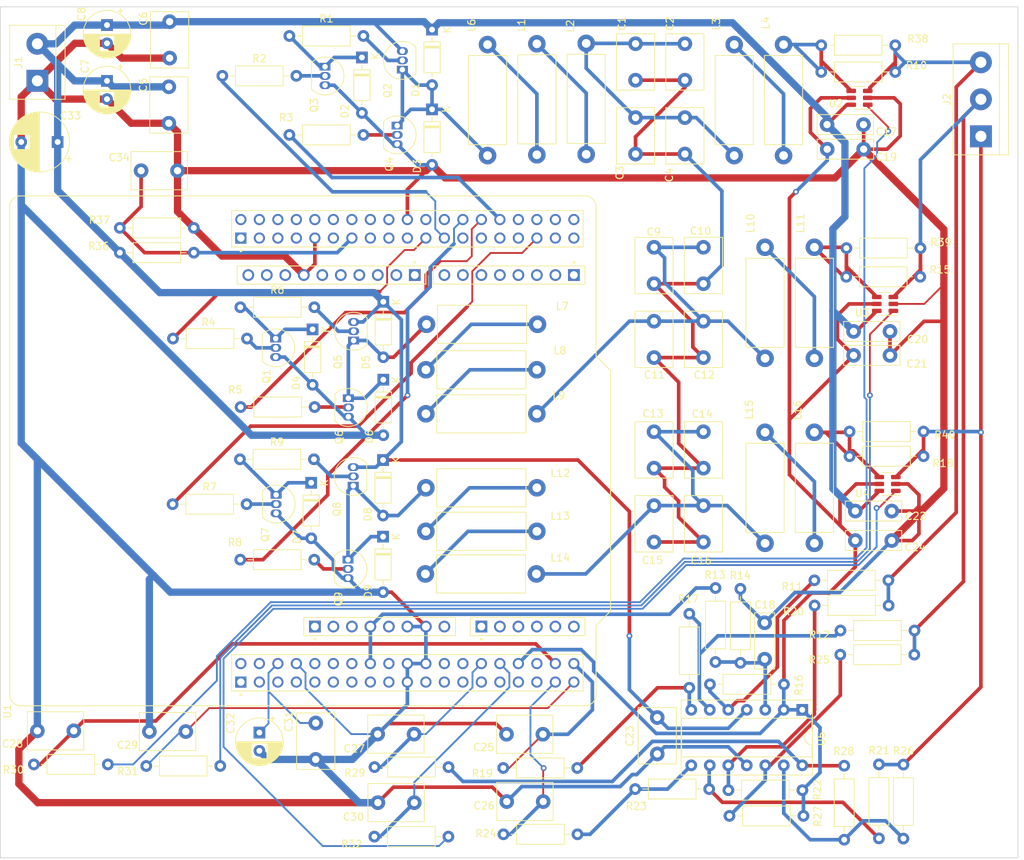
<source format=kicad_pcb>
(kicad_pcb (version 20221018) (generator pcbnew)
  (layers (0 "F.Cu" signal) (31 "B.Cu" signal) (34 "B.Paste" user) (35 "F.Paste" user) (36 "B.SilkS" user "B.Silkscreen") (37 "F.SilkS" user "F.Silkscreen") (38 "B.Mask" user) (39 "F.Mask" user) (44 "Edge.Cuts" user))
  (net 0 "")
  (net 1 "Net-(C1-Pad1)")
  (net 2 "GND1")
  (net 3 "+5V")
  (net 4 "GND")
  (net 5 "Net-(D1-A)")
  (net 6 "Net-(D2-K)")
  (net 7 "Net-(L1-Pad1)")
  (net 8 "Net-(L1-Pad2)")
  (net 9 "Net-(L3-Pad2)")
  (net 10 "Net-(Q2-B)")
  (net 11 "Net-(Q3-B)")
  (net 12 "Net-(Q4-B)")
  (net 19 "ADC1_IN10")
  (net 24 "Net-(U1A-E5V)")
  (net 36 "Net-(C10-Pad1)")
  (net 37 "Net-(C13-Pad1)")
  (net 38 "Net-(D4-K)")
  (net 39 "Net-(D5-A)")
  (net 40 "Net-(D7-K)")
  (net 41 "Net-(D8-A)")
  (net 42 "Net-(L7-Pad2)")
  (net 43 "Net-(L8-Pad2)")
  (net 44 "Net-(L10-Pad2)")
  (net 45 "Net-(L12-Pad2)")
  (net 46 "Net-(L13-Pad2)")
  (net 47 "Net-(L15-Pad2)")
  (net 48 "Net-(Q1-B)")
  (net 49 "Net-(Q5-B)")
  (net 50 "Net-(Q6-B)")
  (net 51 "Net-(Q7-B)")
  (net 52 "Net-(Q8-B)")
  (net 53 "Net-(Q9-B)")
  (net 54 "Net-(U5A-+)")
  (net 55 "Phase3")
  (net 56 "Phase2")
  (net 57 "Phase1")
  (net 58 "+3.3V")
  (net 60 "Net-(U5B-+)")
  (net 61 "Net-(U5B--)")
  (net 63 "Net-(R17-Pad2)")
  (net 64 "Net-(U5C-+)")
  (net 65 "Net-(U5C--)")
  (net 66 "Net-(R23-Pad2)")
  (net 67 "Net-(U5D-+)")
  (net 68 "Net-(U5D--)")
  (net 69 "Net-(R28-Pad2)")
  (net 70 "Net-(R30-Pad2)")
  (net 71 "Net-(R31-Pad2)")
  (net 72 "Net-(R32-Pad2)")
  (net 87 "TIM_CH2")
  (net 89 "TIM_CH1")
  (net 92 "TIM_CH3N")
  (net 94 "TIM_CH2N")
  (net 96 "TIM_CH1N")
  (net 99 "TIM_CH3")
  (net 129 "ADC2_IN13")
  (net 130 "ADC3_IN0")
  (net 131 "ADC3_IN1")
  (net 132 "ADC1_IN4")
  (net 133 "ADC2_IN12")
  (net 134 "ADC1_IN11")
  (net 135 "ADC2_IN6")
  (net 136 "Net-(U2--)")
  (net 137 "Net-(U3--)")
  (net 138 "Net-(U4--)")
  (footprint "Capacitor_THT:C_Disc_D7.5mm_W5.0mm_P5.00mm" (layer "F.Cu") (at 109.22 55.86 -90)
    (fp_text reference "C12")
    (fp_text value "1µF")
  )
  (footprint "Resistor_THT:R_Axial_DIN0207_L6.3mm_D2.5mm_P10.16mm_Horizontal" (layer "F.Cu") (at 39.260959 43.050087 180)
    (fp_text reference "R37")
    (fp_text value "3k3" hide)
  )
  (footprint "Diode_THT:D_DO-35_SOD27_P7.62mm_Horizontal" (layer "F.Cu") (at 62.339688 19.656242 -90)
    (fp_text reference "D2")
    (fp_text value "1N4148" hide)
  )
  (footprint "Capacitor_THT:C_Disc_D7.5mm_W2.5mm_P5.00mm" (layer "F.Cu") (at 130.078061 85.980594)
    (fp_text reference "C24")
    (fp_text value "100nF")
  )
  (footprint "Package_TO_SOT_THT:TO-92_Inline" (layer "F.Cu") (at 57.274523 20.926242 -90)
    (fp_text reference "Q3")
    (fp_text value "BC547" hide)
  )
  (footprint "Inductor_THT:L_Axial_L12.0mm_D5.0mm_P15.24mm_Horizontal_Fastron_MISC" (layer "F.Cu") (at 79.586667 33.127323 90)
    (fp_text reference "L6")
    (fp_text value "1mH")
  )
  (footprint "Capacitor_THT:CP_Radial_D6.3mm_P2.50mm" (layer "F.Cu") (at 27.339244 22.871589 -90)
    (fp_text reference "C7")
    (fp_text value "100µF" hide)
  )
  (footprint "Inductor_THT:L_Axial_L12.0mm_D5.0mm_P15.24mm_Horizontal_Fastron_MISC" (layer "F.Cu") (at 124.46 86.36 90)
    (fp_text reference "L16")
    (fp_text value "1mH")
  )
  (footprint "Resistor_THT:R_Axial_DIN0207_L6.3mm_D2.5mm_P10.16mm_Horizontal" (layer "F.Cu") (at 45.685407 67.651038)
    (fp_text reference "R5")
    (fp_text value "470")
  )
  (footprint "Resistor_THT:R_Axial_DIN0207_L6.3mm_D2.5mm_P10.16mm_Horizontal" (layer "F.Cu") (at 114.3 92.611804 -90)
    (fp_text reference "R14")
    (fp_text value "3k3")
  )
  (footprint "TerminalBlock:TerminalBlock_bornier-2_P5.08mm" (layer "F.Cu") (at 17.78 22.86 90)
    (fp_text reference "J1")
    (fp_text value "Screw_Terminal_01x02")
  )
  (footprint "Resistor_THT:R_Axial_DIN0207_L6.3mm_D2.5mm_P10.16mm_Horizontal" (layer "F.Cu") (at 52.379688 16.701823)
    (fp_text reference "R1")
    (fp_text value "1k")
  )
  (footprint "Package_TO_SOT_THT:TO-92_Inline" (layer "F.Cu") (at 61.147815 78.446962 90)
    (fp_text reference "Q8")
    (fp_text value "BC557")
  )
  (footprint "Capacitor_THT:C_Disc_D7.5mm_W5.0mm_P5.00mm" (layer "F.Cu") (at 87.187777 112.579296 180)
    (fp_text reference "C25")
    (fp_text value "??")
  )
  (footprint "Resistor_THT:R_Axial_DIN0207_L6.3mm_D2.5mm_P10.16mm_Horizontal" (layer "F.Cu") (at 122.815658 120.25312 180)
    (fp_text reference "R22")
    (fp_text value "510")
  )
  (footprint "Resistor_THT:R_Axial_DIN0207_L6.3mm_D2.5mm_P10.16mm_Horizontal" (layer "F.Cu") (at 64.049887 126.628662)
    (fp_text reference "R32")
    (fp_text value "1k")
  )
  (footprint "Resistor_THT:R_Axial_DIN0207_L6.3mm_D2.5mm_P10.16mm_Horizontal" (layer "F.Cu") (at 138.179567 101.648266 180)
    (fp_text reference "R25")
    (fp_text value "3k3")
  )
  (footprint "Resistor_THT:R_Axial_DIN0207_L6.3mm_D2.5mm_P10.16mm_Horizontal" (layer "F.Cu") (at 133.320319 116.710364 -90)
    (fp_text reference "R21")
    (fp_text value "3k3")
  )
  (footprint "Capacitor_THT:C_Disc_D7.5mm_W5.0mm_P5.00mm" (layer "F.Cu") (at 32.020697 35.199069)
    (fp_text reference "C34")
    (fp_text value "1µF")
  )
  (footprint "Resistor_THT:R_Axial_DIN0207_L6.3mm_D2.5mm_P10.16mm_Horizontal" (layer "F.Cu") (at 128.555967 127.055435 90)
    (fp_text reference "R28")
    (fp_text value "510")
  )
  (footprint "Capacitor_THT:CP_Radial_D6.3mm_P2.50mm" (layer "F.Cu") (at 48.26 112.346386 -90)
    (fp_text reference "C32")
    (fp_text value "100µF" hide)
  )
  (footprint "Resistor_THT:R_Axial_DIN0207_L6.3mm_D2.5mm_P10.16mm_Horizontal" (layer "F.Cu") (at 134.62 91.44 180)
    (fp_text reference "R11")
    (fp_text value "3k3")
  )
  (footprint "Resistor_THT:R_Axial_DIN0207_L6.3mm_D2.5mm_P10.16mm_Horizontal" (layer "F.Cu") (at 129.287238 71.015959)
    (fp_text reference "R40")
    (fp_text value "1.5")
  )
  (footprint "Inductor_THT:L_Axial_L12.0mm_D5.0mm_P15.24mm_Horizontal_Fastron_MISC" (layer "F.Cu") (at 113.453332 33.127323 90)
    (fp_text reference "L3")
    (fp_text value "1mH")
  )
  (footprint "Resistor_THT:R_Axial_DIN0207_L6.3mm_D2.5mm_P10.16mm_Horizontal" (layer "F.Cu") (at 125.402877 21.642615)
    (fp_text reference "R10")
    (fp_text value "1.5")
  )
  (footprint "Inductor_THT:L_Axial_L12.0mm_D5.0mm_P15.24mm_Horizontal_Fastron_MISC" (layer "F.Cu") (at 71.205233 56.291482)
    (fp_text reference "L7")
    (fp_text value "1mH")
  )
  (footprint "Capacitor_THT:C_Disc_D7.5mm_W2.5mm_P5.00mm" (layer "F.Cu") (at 129.840775 60.555652)
    (fp_text reference "C21")
    (fp_text value "100nF")
  )
  (footprint "Resistor_THT:R_Axial_DIN0207_L6.3mm_D2.5mm_P10.16mm_Horizontal" (layer "F.Cu") (at 128.860592 45.82942)
    (fp_text reference "R39")
    (fp_text value "1.5")
  )
  (footprint "NUCLEO-F446RE:MODULE_NUCLEO-F446RE" (layer "F.Cu") (at 55.23 73.66 90)
    (fp_text reference "U1")
    (fp_text value "NUCLEO-F446RE")
  )
  (footprint "Capacitor_THT:C_Disc_D7.5mm_W5.0mm_P5.00mm" (layer "F.Cu") (at 69.530528 121.966945 180)
    (fp_text reference "C30")
    (fp_text value "??")
  )
  (footprint "Inductor_THT:L_Axial_L12.0mm_D5.0mm_P15.24mm_Horizontal_Fastron_MISC" (layer "F.Cu") (at 117.686665 86.36 90)
    (fp_text reference "L15")
    (fp_text value "1mH")
  )
  (footprint "Resistor_THT:R_Axial_DIN0207_L6.3mm_D2.5mm_P10.16mm_Horizontal" (layer "F.Cu") (at 45.643489 53.94796)
    (fp_text reference "R6")
    (fp_text value "1k")
  )
  (footprint "Resistor_THT:R_Axial_DIN0207_L6.3mm_D2.5mm_P10.16mm_Horizontal" (layer "F.Cu") (at 32.730388 116.927792)
    (fp_text reference "R31")
    (fp_text value "1k")
  )
  (footprint "Resistor_THT:R_Axial_DIN0207_L6.3mm_D2.5mm_P10.16mm_Horizontal" (layer "F.Cu") (at 91.932762 126.311292 180)
    (fp_text reference "R24")
    (fp_text value "1k")
  )
  (footprint "Resistor_THT:R_Axial_DIN0207_L6.3mm_D2.5mm_P10.16mm_Horizontal" (layer "F.Cu") (at 129.287238 74.405629)
    (fp_text reference "R18")
    (fp_text value "1.5")
  )
  (footprint "Resistor_THT:R_Axial_DIN0207_L6.3mm_D2.5mm_P10.16mm_Horizontal" (layer "F.Cu") (at 136.681888 116.739651 -90)
    (fp_text reference "R26")
    (fp_text value "3k3")
  )
  (footprint "Capacitor_THT:C_Disc_D7.5mm_W5.0mm_P5.00mm" (layer "F.Cu") (at 102.446667 71.04 -90)
    (fp_text reference "C13")
    (fp_text value "1µF")
  )
  (footprint "Diode_THT:D_DO-35_SOD27_P7.62mm_Horizontal" (layer "F.Cu") (at 71.966667 26.777323 -90)
    (fp_text reference "D3")
    (fp_text value "1N4148")
  )
  (footprint "Inductor_THT:L_Axial_L12.0mm_D5.0mm_P15.24mm_Horizontal_Fastron_MISC" (layer "F.Cu") (at 124.46 60.96 90)
    (fp_text reference "L11")
    (fp_text value "1mH")
  )
  (footprint "Resistor_THT:R_Axial_DIN0207_L6.3mm_D2.5mm_P10.16mm_Horizontal" (layer "F.Cu") (at 39.263895 46.456938 180)
    (fp_text reference "R36")
    (fp_text value "3k3" hide)
  )
  (footprint "Capacitor_THT:C_Disc_D7.5mm_W2.5mm_P5.00mm" (layer "F.Cu") (at 126.223022 32.251284)
    (fp_text reference "C19")
    (fp_text value "100nF")
  )
  (footprint "Inductor_THT:L_Axial_L12.0mm_D5.0mm_P15.24mm_Horizontal_Fastron_MISC" (layer "F.Cu") (at 71.12 68.58)
    (fp_text reference "L9")
    (fp_text value "1mH")
  )
  (footprint "Resistor_THT:R_Axial_DIN0207_L6.3mm_D2.5mm_P10.16mm_Horizontal" (layer "F.Cu") (at 36.35039 80.986962)
    (fp_text reference "R7")
    (fp_text value "470")
  )
  (footprint "Capacitor_THT:C_Disc_D7.5mm_W5.0mm_P5.00mm" (layer "F.Cu") (at 102.88499 110.277675 -90)
    (fp_text reference "C23")
    (fp_text value "1µF" hide)
  )
  (footprint "Package_TO_SOT_THT:TO-92_Inline" (layer "F.Cu") (at 67.894116 21.328393 90)
    (fp_text reference "Q2")
    (fp_text value "BC557")
  )
  (footprint "Package_TO_SOT_SMD:SOT-23-6" (layer "F.Cu") (at 134.506356 78.210826 180)
    (fp_text reference "U4")
    (fp_text value "INA181")
  )
  (footprint "Capacitor_THT:C_Disc_D7.5mm_W5.0mm_P5.00mm" (layer "F.Cu") (at 99.906666 27.914127 -90)
    (fp_text reference "C3")
    (fp_text value "1µF")
  )
  (footprint "Capacitor_THT:C_Disc_D7.5mm_W5.0mm_P5.00mm" (layer "F.Cu") (at 22.78 112.103866 180)
    (fp_text reference "C28")
    (fp_text value "??")
  )
  (footprint "Resistor_THT:R_Axial_DIN0207_L6.3mm_D2.5mm_P10.16mm_Horizontal" (layer "F.Cu") (at 74.228929 117.082212 180)
    (fp_text reference "R29")
    (fp_text value "1k")
  )
  (footprint "Inductor_THT:L_Axial_L12.0mm_D5.0mm_P15.24mm_Horizontal_Fastron_MISC" (layer "F.Cu") (at 71.12 78.74)
    (fp_text reference "L12")
    (fp_text value "1mH")
  )
  (footprint "Inductor_THT:L_Axial_L12.0mm_D5.0mm_P15.24mm_Horizontal_Fastron_MISC" (layer "F.Cu") (at 71.053576 90.563547)
    (fp_text reference "L14")
    (fp_text value "1mH")
  )
  (footprint "Capacitor_THT:C_Disc_D7.5mm_W2.5mm_P5.00mm" (layer "F.Cu") (at 130.078061 81.930594)
    (fp_text reference "C22")
    (fp_text value "100nF")
  )
  (footprint "Capacitor_THT:C_Disc_D7.5mm_W2.5mm_P5.00mm" (layer "F.Cu") (at 129.840775 57.266421)
    (fp_text reference "C20")
    (fp_text value "100nF")
  )
  (footprint "Package_TO_SOT_THT:TO-92_Inline" (layer "F.Cu") (at 60.427815 88.606962 -90)
    (fp_text reference "Q9")
    (fp_text value "BC547")
  )
  (footprint "Diode_THT:D_DO-35_SOD27_P7.62mm_Horizontal" (layer "F.Cu") (at 55.566016 56.98247 -90)
    (fp_text reference "D4")
    (fp_text value "1N4148")
  )
  (footprint "Capacitor_THT:C_Disc_D7.5mm_W5.0mm_P5.00mm" (layer "F.Cu") (at 35.939341 14.74257 -90)
    (fp_text reference "C6")
    (fp_text value "1µF" hide)
  )
  (footprint "Resistor_THT:R_Axial_DIN0207_L6.3mm_D2.5mm_P10.16mm_Horizontal" (layer "F.Cu") (at 107.286967 96.031382 -90)
    (fp_text reference "R17")
    (fp_text value "510")
  )
  (footprint "Capacitor_THT:C_Disc_D7.5mm_W5.0mm_P5.00mm" (layer "F.Cu") (at 106.679999 27.914127 -90)
    (fp_text reference "C4")
    (fp_text value "1µF")
  )
  (footprint "Capacitor_THT:CP_Radial_D6.3mm_P2.50mm" (layer "F.Cu") (at 27.339244 15.210639 -90)
    (fp_text reference "C8")
    (fp_text value "100µF" hide)
  )
  (footprint "Resistor_THT:R_Axial_DIN0207_L6.3mm_D2.5mm_P10.16mm_Horizontal" (layer "F.Cu") (at 122.956641 123.783096 180)
    (fp_text reference "R27")
    (fp_text value "510")
  )
  (footprint "Capacitor_THT:C_Disc_D7.5mm_W5.0mm_P5.00mm" (layer "F.Cu") (at 35.82903 23.685503 -90)
    (fp_text reference "C5")
    (fp_text value "1µF" hide)
  )
  (footprint "Inductor_THT:L_Axial_L12.0mm_D5.0mm_P15.24mm_Horizontal_Fastron_MISC" (layer "F.Cu") (at 71.12 62.535377)
    (fp_text reference "L8")
    (fp_text value "1mH")
  )
  (footprint "Capacitor_THT:C_Disc_D7.5mm_W5.0mm_P5.00mm" (layer "F.Cu") (at 109.22 81.18 -90)
    (fp_text reference "C16")
    (fp_text value "1µF")
  )
  (footprint "Capacitor_THT:C_Disc_D7.5mm_W5.0mm_P5.00mm" (layer "F.Cu") (at 109.22 71.04 -90)
    (fp_text reference "C14")
    (fp_text value "1µF")
  )
  (footprint "Capacitor_THT:C_Disc_D7.5mm_W5.0mm_P5.00mm" (layer "F.Cu") (at 69.503792 112.555624 180)
    (fp_text reference "C27")
    (fp_text value "??")
  )
  (footprint "Capacitor_THT:C_Disc_D7.5mm_W5.0mm_P5.00mm" (layer "F.Cu") (at 102.446667 45.72 -90)
    (fp_text reference "C9")
    (fp_text value "1µF")
  )
  (footprint "Inductor_THT:L_Axial_L12.0mm_D5.0mm_P15.24mm_Horizontal_Fastron_MISC" (layer "F.Cu") (at 86.36 33.02 90)
    (fp_text reference "L1")
    (fp_text value "1mH")
  )
  (footprint "Diode_THT:D_DO-35_SOD27_P7.62mm_Horizontal" (layer "F.Cu") (at 65.240351 74.929895 -90)
    (fp_text reference "D8")
    (fp_text value "1N4148")
  )
  (footprint "Capacitor_THT:C_Disc_D7.5mm_W5.0mm_P5.00mm" (layer "F.Cu") (at 109.22 45.72 -90)
    (fp_text reference "C10")
    (fp_text value "1µF")
  )
  (footprint "Diode_THT:D_DO-35_SOD27_P7.62mm_Horizontal" (layer "F.Cu") (at 65.272386 53.19439 -90)
    (fp_text reference "D5")
    (fp_text value "1N4148")
  )
  (footprint "Capacitor_THT:C_Disc_D7.5mm_W5.0mm_P5.00mm" (layer "F.Cu") (at 87.225483 121.815448 180)
    (fp_text reference "C26")
    (fp_text value "??")
  )
  (footprint "Resistor_THT:R_Axial_DIN0207_L6.3mm_D2.5mm_P10.16mm_Horizontal" (layer "F.Cu") (at 125.402877 17.977129)
    (fp_text reference "R38")
    (fp_text value "1.5")
  )
  (footprint "Resistor_THT:R_Axial_DIN0207_L6.3mm_D2.5mm_P10.16mm_Horizontal" (layer "F.Cu") (at 36.40241 58.25247)
    (fp_text reference "R4")
    (fp_text value "470")
  )
  (footprint "Resistor_THT:R_Axial_DIN0207_L6.3mm_D2.5mm_P10.16mm_Horizontal" (layer "F.Cu") (at 52.379688 30.289442)
    (fp_text reference "R3")
    (fp_text value "470")
  )
  (footprint "Package_TO_SOT_THT:TO-92_Inline" (layer "F.Cu") (at 61.199835 58.514732 90)
    (fp_text reference "Q5")
    (fp_text value "BC557")
  )
  (footprint "Resistor_THT:R_Axial_DIN0207_L6.3mm_D2.5mm_P10.16mm_Horizontal" (layer "F.Cu") (at 45.633387 88.606962)
    (fp_text reference "R8")
    (fp_text value "470")
  )
  (footprint "Resistor_THT:R_Axial_DIN0207_L6.3mm_D2.5mm_P10.16mm_Horizontal" (layer "F.Cu") (at 128.834806 49.767842)
    (fp_text reference "R15")
    (fp_text value "1.5")
  )
  (footprint "Capacitor_THT:C_Disc_D7.5mm_W5.0mm_P5.00mm" (layer "F.Cu") (at 38.157677 112.201796 180)
    (fp_text reference "C29")
    (fp_text value "??")
  )
  (footprint "Diode_THT:D_DO-35_SOD27_P7.62mm_Horizontal" (layer "F.Cu") (at 71.966667 15.830566 -90)
    (fp_text reference "D1")
    (fp_text value "1N4148")
  )
  (footprint "Resistor_THT:R_Axial_DIN0207_L6.3mm_D2.5mm_P10.16mm_Horizontal" (layer "F.Cu") (at 120.278364 105.719119 180)
    (fp_text reference "R16")
    (fp_text value "510")
  )
  (footprint "Resistor_THT:R_Axial_DIN0207_L6.3mm_D2.5mm_P10.16mm_Horizontal" (layer "F.Cu") (at 45.591469 74.825039)
    (fp_text reference "R9")
    (fp_text value "1k")
  )
  (footprint "Diode_THT:D_DO-35_SOD27_P7.62mm_Horizontal" (layer "F.Cu") (at 55.375315 78.048918 -90)
    (fp_text reference "D7")
    (fp_text value "1N4148")
  )
  (footprint "Inductor_THT:L_Axial_L12.0mm_D5.0mm_P15.24mm_Horizontal_Fastron_MISC" (layer "F.Cu") (at 71.12 84.718198)
    (fp_text reference "L13")
    (fp_text value "1mH")
  )
  (footprint "Capacitor_THT:CP_Radial_D8.0mm_P5.00mm" (layer "F.Cu") (at 20.563953 31.26122 180)
    (fp_text reference "C33")
    (fp_text value "220µF" hide)
  )
  (footprint "Capacitor_THT:C_Disc_D7.5mm_W5.0mm_P5.00mm" (layer "F.Cu") (at 99.906666 17.774127 -90)
    (fp_text reference "C1")
    (fp_text value "1µF")
  )
  (footprint "Package_TO_SOT_THT:TO-92_Inline" (layer "F.Cu") (at 50.500851 58.25247 -90)
    (fp_text reference "Q1")
    (fp_text value "BC547")
  )
  (footprint "Diode_THT:D_DO-35_SOD27_P7.62mm_Horizontal" (layer "F.Cu") (at 65.243743 85.450239 -90)
    (fp_text reference "D9")
    (fp_text value "1N4148")
  )
  (footprint "Capacitor_THT:C_Disc_D7.5mm_W2.5mm_P5.00mm" (layer "F.Cu") (at 126.199089 28.87161)
    (fp_text reference "C17")
    (fp_text value "100nF")
  )
  (footprint "Resistor_THT:R_Axial_DIN0207_L6.3mm_D2.5mm_P10.16mm_Horizontal" (layer "F.Cu") (at 17.294668 116.715617)
    (fp_text reference "R30")
    (fp_text value "1k")
  )
  (footprint "Package_TO_SOT_THT:TO-92_Inline" (layer "F.Cu") (at 60.479835 66.439277 -90)
    (fp_text reference "Q6")
    (fp_text value "BC547")
  )
  (footprint "Inductor_THT:L_Axial_L12.0mm_D5.0mm_P15.24mm_Horizontal_Fastron_MISC" (layer "F.Cu") (at 93.133333 32.964127 90)
    (fp_text reference "L2")
    (fp_text value "1mH")
  )
  (footprint "Resistor_THT:R_Axial_DIN0207_L6.3mm_D2.5mm_P10.16mm_Horizontal" (layer "F.Cu") (at 43.176082 22.177431)
    (fp_text reference "R2")
    (fp_text value "470" hide)
  )
  (footprint "Capacitor_THT:C_Disc_D7.5mm_W5.0mm_P5.00mm" (layer "F.Cu") (at 102.446667 55.86 -90)
    (fp_text reference "C11")
    (fp_text value "1µF")
  )
  (footprint "Capacitor_THT:C_Disc_D7.5mm_W5.0mm_P5.00mm" (layer "F.Cu") (at 102.446667 81.18 -90)
    (fp_text reference "C15")
    (fp_text value "1µF")
  )
  (footprint "Capacitor_THT:C_Disc_D7.5mm_W5.0mm_P5.00mm" (layer "F.Cu") (at 55.999631 111.028765 -90)
    (fp_text reference "C31")
    (fp_text value "1µF")
  )
  (footprint "Resistor_THT:R_Axial_DIN0207_L6.3mm_D2.5mm_P10.16mm_Horizontal" (layer "F.Cu") (at 134.652999 94.895396 180)
    (fp_text reference "R20")
    (fp_text value "3k3")
  )
  (footprint "Capacitor_THT:C_Disc_D7.5mm_W2.5mm_P5.00mm" (layer "F.Cu") (at 117.629435 102.268518 90)
    (fp_text reference "C18")
    (fp_text value "100nF")
  )
  (footprint "Package_DIP:DIP-14_W7.62mm_Socket" (layer "F.Cu") (at 122.796621 109.22 -90)
    (fp_text reference "U5")
    (fp_text value "MCP6004")
  )
  (footprint "TerminalBlock:TerminalBlock_bornier-3_P5.08mm" (layer "F.Cu") (at 147.32 30.48 90)
    (fp_text reference "J2")
    (fp_text value "Screw_Terminal_01x03")
  )
  (footprint "Resistor_THT:R_Axial_DIN0207_L6.3mm_D2.5mm_P10.16mm_Horizontal" (layer "F.Cu") (at 110.017191 120.101531 180)
    (fp_text reference "R23")
    (fp_text value "510")
  )
  (footprint "Package_TO_SOT_SMD:SOT-23-6" (layer "F.Cu") (at 130.649089 25.199754 180)
    (fp_text reference "U2")
    (fp_text value "INA181")
  )
  (footprint "Inductor_THT:L_Axial_L12.0mm_D5.0mm_P15.24mm_Horizontal_Fastron_MISC" (layer "F.Cu") (at 120.226667 33.127323 90)
    (fp_text reference "L4")
    (fp_text value "1mH")
  )
  (footprint "Package_TO_SOT_SMD:SOT-23-6" (layer "F.Cu") (at 134.164838 53.492906 180)
    (fp_text reference "U3")
    (fp_text value "INA181")
  )
  (footprint "Capacitor_THT:C_Disc_D7.5mm_W5.0mm_P5.00mm" (layer "F.Cu") (at 106.679999 17.774127 -90)
    (fp_text reference "C2")
    (fp_text value "1µF")
  )
  (footprint "Resistor_THT:R_Axial_DIN0207_L6.3mm_D2.5mm_P10.16mm_Horizontal" (layer "F.Cu") (at 138.203982 98.332267 180)
    (fp_text reference "R12")
    (fp_text value "3k3")
  )
  (footprint "Diode_THT:D_DO-35_SOD27_P7.62mm_Horizontal" (layer "F.Cu") (at 65.272386 63.899492 -90)
    (fp_text reference "D6")
    (fp_text value "1N4148")
  )
  (footprint "Inductor_THT:L_Axial_L12.0mm_D5.0mm_P15.24mm_Horizontal_Fastron_MISC" (layer "F.Cu") (at 117.686665 60.96 90)
    (fp_text reference "L10")
    (fp_text value "1mH")
  )
  (footprint "Resistor_THT:R_Axial_DIN0207_L6.3mm_D2.5mm_P10.16mm_Horizontal" (layer "F.Cu") (at 91.906915 117.204549 180)
    (fp_text reference "R19")
    (fp_text value "1k")
  )
  (footprint "Package_TO_SOT_THT:TO-92_Inline" (layer "F.Cu") (at 67.174116 29.015621 -90)
    (fp_text reference "Q4")
    (fp_text value "BC547")
  )
  (footprint "Resistor_THT:R_Axial_DIN0207_L6.3mm_D2.5mm_P10.16mm_Horizontal" (layer "F.Cu") (at 110.880422 102.655886 90)
    (fp_text reference "R13")
    (fp_text value "3k3")
  )
  (footprint "Package_TO_SOT_THT:TO-92_Inline" (layer "F.Cu") (at 50.560678 79.703833 -90)
    (fp_text reference "Q7")
    (fp_text value "BC547")
  )
  (gr_rect (start 12.7 12.7) (end 152.4 129.54) (stroke (width 0.1)) (fill none) (layer "Edge.Cuts"))
  (segment (start 106.679999 27.914127) (end 108.240136 27.914127) (width 0.5) (layer "B.Cu") (net 1))
  (segment (start 99.856666 17.724127) (end 99.906666 17.774127) (width 0.5) (layer "B.Cu") (net 1))
  (segment (start 106.679999 27.914127) (end 99.906667 27.914127) (width 0.5) (layer "B.Cu") (net 1))
  (segment (start 99.49627 27.50373) (end 93.133333 21.140794) (width 0.5) (layer "B.Cu") (net 1))
  (segment (start 106.679999 17.774127) (end 99.906666 17.774127) (width 0.5) (layer "B.Cu") (net 1))
  (segment (start 99.906667 27.914127) (end 99.49627 27.50373) (width 0.5) (layer "B.Cu") (net 1))
  (segment (start 99.906666 27.914127) (end 99.49627 27.50373) (width 0.5) (layer "B.Cu") (net 1))
  (segment (start 93.133333 17.724127) (end 99.856666 17.724127) (width 0.5) (layer "B.Cu") (net 1))
  (segment (start 108.240136 27.914127) (end 113.453332 33.127323) (width 0.5) (layer "B.Cu") (net 1))
  (segment (start 93.133333 21.140794) (end 93.133333 17.724127) (width 0.5) (layer "B.Cu") (net 1))
  (segment (start 102.446667 86.18) (end 109.22 86.18) (width 0.5) (layer "F.Cu") (net 2))
  (segment (start 103.896667 78.63872) (end 105.820313 80.562366) (width 0.5) (layer "F.Cu") (net 2))
  (segment (start 99.906666 30.54746) (end 99.906666 32.914127) (width 0.5) (layer "F.Cu") (net 2))
  (segment (start 102.446667 60.86) (end 109.22 60.86) (width 0.5) (layer "F.Cu") (net 2))
  (segment (start 103.896667 77.49) (end 103.896667 78.63872) (width 0.5) (layer "F.Cu") (net 2))
  (segment (start 105.820313 82.780313) (end 109.22 86.18) (width 0.5) (layer "F.Cu") (net 2))
  (segment (start 106.679999 22.774127) (end 106.679999 23.774127) (width 0.5) (layer "F.Cu") (net 2))
  (segment (start 105.820313 80.562366) (end 105.820313 82.780313) (width 0.5) (layer "F.Cu") (net 2))
  (segment (start 109.22 76.04) (end 102.446667 76.04) (width 0.5) (layer "F.Cu") (net 2))
  (segment (start 102.446667 60.86) (end 105.832141 64.245474) (width 0.5) (layer "F.Cu") (net 2))
  (segment (start 105.832141 72.652141) (end 109.22 76.04) (width 0.5) (layer "F.Cu") (net 2))
  (segment (start 105.832141 64.245474) (end 105.832141 72.652141) (width 0.5) (layer "F.Cu") (net 2))
  (segment (start 102.446667 50.72) (end 109.22 50.72) (width 0.5) (layer "F.Cu") (net 2))
  (segment (start 106.679999 22.774127) (end 99.906666 22.774127) (width 0.5) (layer "F.Cu") (net 2))
  (segment (start 109.22 60.86) (end 107.77 59.41) (width 0.5) (layer "F.Cu") (net 2))
  (segment (start 102.446667 76.04) (end 103.896667 77.49) (width 0.5) (layer "F.Cu") (net 2))
  (segment (start 107.77 56.043333) (end 102.446667 50.72) (width 0.5) (layer "F.Cu") (net 2))
  (segment (start 107.77 59.41) (end 107.77 56.043333) (width 0.5) (layer "F.Cu") (net 2))
  (segment (start 106.679999 23.774127) (end 99.906666 30.54746) (width 0.5) (layer "F.Cu") (net 2))
  (segment (start 99.906666 32.914127) (end 106.679999 32.914127) (width 0.5) (layer "F.Cu") (net 2))
  (segment (start 111.76 37.994128) (end 111.76 48.18) (width 0.5) (layer "B.Cu") (net 2))
  (segment (start 106.679999 32.914127) (end 111.76 37.994128) (width 0.5) (layer "B.Cu") (net 2))
  (segment (start 111.76 48.18) (end 109.22 50.72) (width 0.5) (layer "B.Cu") (net 2))
  (segment (start 129.511589 26.149754) (end 128.920945 26.149754) (width 0.5) (layer "F.Cu") (net 3))
  (segment (start 130.599088 81.930594) (end 133.368856 79.160826) (width 0.5) (layer "F.Cu") (net 3))
  (segment (start 130.078061 81.930594) (end 130.599088 81.930594) (width 0.5) (layer "F.Cu") (net 3))
  (segment (start 129.840775 57.266421) (end 130.203823 57.266421) (width 0.5) (layer "F.Cu") (net 3))
  (segment (start 99.06 99.06) (end 99.06 81.987575) (width 0.5) (layer "F.Cu") (net 3))
  (segment (start 92.00232 74.929895) (end 65.240351 74.929895) (width 0.5) (layer "F.Cu") (net 3))
  (segment (start 128.920945 26.149754) (end 126.199089 28.87161) (width 0.5) (layer "F.Cu") (net 3))
  (segment (start 130.203823 57.266421) (end 133.027338 54.442906) (width 0.5) (layer "F.Cu") (net 3))
  (segment (start 99.06 81.987575) (end 92.00232 74.929895) (width 0.5) (layer "F.Cu") (net 3))
  (via (at 99.06 99.06) (size 0.8) (drill 0.4) (layers "F.Cu" "B.Cu") (net 3))
  (segment (start 29.103895 46.456938) (end 34.585088 51.938131) (width 1) (layer "B.Cu") (net 3))
  (segment (start 28.153158 23.685503) (end 27.339244 22.871589) (width 1) (layer "B.Cu") (net 3))
  (segment (start 67.75297 55.674974) (end 67.75297 72.417276) (width 0.5) (layer "B.Cu") (net 3))
  (segment (start 62.492044 55.974732) (end 65.272386 53.19439) (width 0.5) (layer "B.Cu") (net 3))
  (segment (start 99.06 106.452685) (end 99.06 99.06) (width 0.5) (layer "B.Cu") (net 3))
  (segment (start 22.889361 15.210639) (end 27.339244 15.210639) (width 1) (layer "B.Cu") (net 3))
  (segment (start 129.840775 57.266421) (end 127 54.425646) (width 1) (layer "B.Cu") (net 3))
  (segment (start 127 54.425646) (end 127 78.852533) (width 1) (layer "B.Cu") (net 3))
  (segment (start 128.654058 31.326579) (end 126.199089 28.87161) (width 1) (layer "B.Cu") (net 3))
  (segment (start 63.848293 14.74257) (end 63.5 14.74257) (width 0.5) (layer "B.Cu") (net 3))
  (segment (start 67.894116 18.788393) (end 63.848293 14.74257) (width 0.5) (layer "B.Cu") (net 3))
  (segment (start 61.147815 75.906962) (end 64.263284 75.906962) (width 0.5) (layer "B.Cu") (net 3))
  (segment (start 104.367315 111.76) (end 112.636621 111.76) (width 0.5) (layer "B.Cu") (net 3))
  (segment (start 34.585088 51.938131) (end 64.016127 51.938131) (width 1) (layer "B.Cu") (net 3))
  (segment (start 35.471272 15.210639) (end 35.939341 14.74257) (width 1) (layer "B.Cu") (net 3))
  (segment (start 20.32 20.32) (end 17.78 17.78) (width 1) (layer "B.Cu") (net 3))
  (segment (start 64.263284 75.906962) (end 65.240351 74.929895) (width 0.5) (layer "B.Cu") (net 3))
  (segment (start 102.88499 110.277675) (end 104.367315 111.76) (width 0.5) (layer "B.Cu") (net 3))
  (segment (start 70.878671 14.74257) (end 71.966667 15.830566) (width 1) (layer "B.Cu") (net 3))
  (segment (start 72.904209 14.893024) (end 71.966667 15.830566) (width 1) (layer "B.Cu") (net 3))
  (segment (start 20.32 17.78) (end 22.889361 15.210639) (width 1) (layer "B.Cu") (net 3))
  (segment (start 63.5 14.74257) (end 70.878671 14.74257) (width 1) (layer "B.Cu") (net 3))
  (segment (start 64.016127 51.938131) (end 65.272386 53.19439) (width 1) (layer "B.Cu") (net 3))
  (segment (start 102.88499 110.277675) (end 99.06 106.452685) (width 0.5) (layer "B.Cu") (net 3))
  (segment (start 126.199089 28.87161) (end 126.199089 27.87161) (width 1) (layer "B.Cu") (net 3))
  (segment (start 22.871589 22.871589) (end 20.32 20.32) (width 1) (layer "B.Cu") (net 3))
  (segment (start 65.272386 53.19439) (end 67.75297 55.674974) (width 0.5) (layer "B.Cu") (net 3))
  (segment (start 20.563953 37.916996) (end 29.103895 46.456938) (width 1) (layer "B.Cu") (net 3))
  (segment (start 61.199835 55.974732) (end 62.492044 55.974732) (width 0.5) (layer "B.Cu") (net 3))
  (segment (start 17.78 17.78) (end 20.32 17.78) (width 1) (layer "B.Cu") (net 3))
  (segment (start 20.563953 31.26122) (end 20.563953 37.916996) (width 1) (layer "B.Cu") (net 3))
  (segment (start 127 43.18) (end 128.654058 41.525942) (width 1) (layer "B.Cu") (net 3))
  (segment (start 35.939341 14.74257) (end 63.5 14.74257) (width 1) (layer "B.Cu") (net 3))
  (segment (start 127 78.852533) (end 130.078061 81.930594) (width 1) (layer "B.Cu") (net 3))
  (segment (start 126.199089 27.87161) (end 113.220503 14.893024) (width 1) (layer "B.Cu") (net 3))
  (segment (start 127 54.425646) (end 127 43.18) (width 1) (layer "B.Cu") (net 3))
  (segment (start 35.82903 23.685503) (end 28.153158 23.685503) (width 1) (layer "B.Cu") (net 3))
  (segment (start 20.563953 20.563953) (end 20.32 20.32) (width 1) (layer "B.Cu") (net 3))
  (segment (start 20.563953 31.26122) (end 20.563953 20.563953) (width 1) (layer "B.Cu") (net 3))
  (segment (start 113.220503 14.893024) (end 72.904209 14.893024) (width 1) (layer "B.Cu") (net 3))
  (segment (start 112.636621 111.76) (end 115.176621 109.22) (width 0.5) (layer "B.Cu") (net 3))
  (segment (start 27.339244 15.210639) (end 35.471272 15.210639) (width 1) (layer "B.Cu") (net 3))
  (segment (start 27.339244 22.871589) (end 22.871589 22.871589) (width 1) (layer "B.Cu") (net 3))
  (segment (start 128.654058 41.525942) (end 128.654058 31.326579) (width 1) (layer "B.Cu") (net 3))
  (segment (start 67.75297 72.417276) (end 65.240351 74.929895) (width 0.5) (layer "B.Cu") (net 3))
  (segment (start 138.813736 81.28) (end 138.813736 85.061349) (width 0.5) (layer "F.Cu") (net 4))
  (segment (start 29.371175 19.74257) (end 27.339244 17.710639) (width 1) (layer "F.Cu") (net 4))
  (segment (start 71.966667 34.397323) (end 73.764223 36.194879) (width 1) (layer "F.Cu") (net 4))
  (segment (start 43.131872 46.921) (end 51.751 46.921) (width 1) (layer "F.Cu") (net 4))
  (segment (start 136.249081 30.429394) (end 134.427191 32.251284) (width 0.5) (layer "F.Cu") (net 4))
  (segment (start 66.400239 93.070239) (end 71.12 97.79) (width 0.5) (layer "F.Cu") (net 4))
  (segment (start 37.020697 40.809825) (end 38.745436 42.534564) (width 1) (layer "F.Cu") (net 4))
  (segment (start 138.163142 81.930594) (end 138.813736 81.28) (width 0.5) (layer "F.Cu") (net 4))
  (segment (start 30.653158 28.685503) (end 27.339244 25.371589) (width 1) (layer "F.Cu") (net 4))
  (segment (start 37.020697 35.199069) (end 37.020697 40.809825) (width 1) (layer "F.Cu") (net 4))
  (segment (start 55.88 48.01) (end 54.36 49.53) (width 0.5) (layer "F.Cu") (net 4))
  (segment (start 55.88 44.45) (end 55.88 48.01) (width 0.5) (layer "F.Cu") (net 4))
  (segment (start 68.58 37.78399) (end 71.966667 34.397323) (width 0.5) (layer "F.Cu") (net 4))
  (segment (start 73.764223 36.194879) (end 127.279427 36.194879) (width 1) (layer "F.Cu") (net 4))
  (segment (start 37.020697 35.199069) (end 71.164921 35.199069) (width 1) (layer "F.Cu") (net 4))
  (segment (start 65.953792 111.105624) (end 64.503792 112.555624) (width 0.5) (layer "F.Cu") (net 4))
  (segment (start 80.24866 119.838625) (end 66.658848 119.838625) (width 0.5) (layer "F.Cu") (net 4))
  (segment (start 65.243743 93.070239) (end 66.400239 93.070239) (width 0.5) (layer "F.Cu") (net 4))
  (segment (start 15.563953 25.076047) (end 17.78 22.86) (width 1) (layer "F.Cu") (net 4))
  (segment (start 138.813736 85.061349) (end 137.894491 85.980594) (width 0.5) (layer "F.Cu") (net 4))
  (segment (start 17.78 112.103866) (end 15.24 114.643866) (width 1) (layer "F.Cu") (net 4))
  (segment (start 135.405344 25.199754) (end 136.249081 26.043491) (width 0.5) (layer "F.Cu") (net 4))
  (segment (start 17.826945 121.966945) (end 64.530528 121.966945) (width 1) (layer "F.Cu") (net 4))
  (segment (start 135.643856 78.210826) (end 137.309366 78.210826) (width 0.5) (layer "F.Cu") (net 4))
  (segment (start 131.223022 28.895543) (end 131.199089 28.87161) (width 0.5) (layer "F.Cu") (net 4))
  (segment (start 51.751 46.921) (end 54.36 49.53) (width 1) (layer "F.Cu") (net 4))
  (segment (start 131.223022 32.251284) (end 142.24 43.268262) (width 1) (layer "F.Cu") (net 4))
  (segment (start 134.427191 32.251284) (end 131.223022 32.251284) (width 0.5) (layer "F.Cu") (net 4))
  (segment (start 127.279427 36.194879) (end 131.223022 32.251284) (width 1) (layer "F.Cu") (net 4))
  (segment (start 82.187777 112.579296) (end 80.714105 111.105624) (width 0.5) (layer "F.Cu") (net 4))
  (segment (start 20.291589 25.371589) (end 27.339244 25.371589) (width 1) (layer "F.Cu") (net 4))
  (segment (start 134.840775 60.555652) (end 139.516427 55.88) (width 0.5) (layer "F.Cu") (net 4))
  (segment (start 80.714105 111.105624) (end 65.953792 111.105624) (width 0.5) (layer "F.Cu") (net 4))
  (segment (start 142.24 53.34) (end 142.24 55.88) (width 1) (layer "F.Cu") (net 4))
  (segment (start 22.929361 17.710639) (end 17.78 22.86) (width 1) (layer "F.Cu") (net 4))
  (segment (start 142.24 55.88) (end 142.24 78.818655) (width 1) (layer "F.Cu") (net 4))
  (segment (start 15.24 119.38) (end 17.826945 121.966945) (width 1) (layer "F.Cu") (net 4))
  (segment (start 37.020697 29.87717) (end 35.82903 28.685503) (width 1) (layer "F.Cu") (net 4))
  (segment (start 135.302338 53.492906) (end 139.547094 53.492906) (width 0.25) (layer "F.Cu") (net 4))
  (segment (start 134.840775 60.555652) (end 134.840775 57.266421) (width 0.5) (layer "F.Cu") (net 4))
  (segment (start 35.82903 28.685503) (end 30.653158 28.685503) (width 1) (layer "F.Cu") (net 4))
  (segment (start 138.813736 79.715196) (end 138.813736 81.28) (width 0.5) (layer "F.Cu") (net 4))
  (segment (start 131.223022 32.251284) (end 131.223022 28.895543) (width 0.5) (layer "F.Cu") (net 4))
  (segment (start 35.939341 19.74257) (end 29.371175 19.74257) (width 1) (layer "F.Cu") (net 4))
  (segment (start 142.24 43.268262) (end 142.24 50.8) (width 1) (layer "F.Cu") (net 4))
  (segment (start 17.78 22.86) (end 20.291589 25.371589) (width 1) (layer "F.Cu") (net 4))
  (segment (start 15.563953 31.26122) (end 15.563953 25.076047) (width 1) (layer "F.Cu") (net 4))
  (segment (start 139.516427 55.88) (end 142.24 55.88) (width 0.5) (layer "F.Cu") (net 4))
  (segment (start 39.260959 43.050087) (end 43.131872 46.921) (width 1) (layer "F.Cu") (net 4))
  (segment (start 27.339244 17.710639) (end 22.929361 17.710639) (width 1) (layer "F.Cu") (net 4))
  (segment (start 131.786589 25.199754) (end 135.405344 25.199754) (width 0.5) (layer "F.Cu") (net 4))
  (segment (start 68.58 41.91) (end 68.58 37.78399) (width 0.5) (layer "F.Cu") (net 4))
  (segment (start 142.24 50.8) (end 142.24 53.34) (width 1) (layer "F.Cu") (net 4))
  (segment (start 137.309366 78.210826) (end 138.813736 79.715196) (width 0.5) (layer "F.Cu") (net 4))
  (segment (start 66.658848 119.838625) (end 64.530528 121.966945) (width 0.5) (layer "F.Cu") (net 4))
  (segment (start 137.894491 85.980594) (end 135.078061 85.980594) (width 0.5) (layer "F.Cu") (net 4))
  (segment (start 38.745436 42.534564) (end 39.260959 43.050087) (width 1) (layer "F.Cu") (net 4))
  (segment (start 142.24 78.818655) (end 135.078061 85.980594) (width 1) (layer "F.Cu") (net 4))
  (segment (start 71.164921 35.199069) (end 71.966667 34.397323) (width 1) (layer "F.Cu") (net 4))
  (segment (start 139.547094 53.492906) (end 142.24 50.8) (width 0.25) (layer "F.Cu") (net 4))
  (segment (start 136.249081 26.043491) (end 136.249081 30.429394) (width 0.5) (layer "F.Cu") (net 4))
  (segment (start 135.078061 81.930594) (end 138.163142 81.930594) (width 0.5) (layer "F.Cu") (net 4))
  (segment (start 15.24 114.643866) (end 15.24 119.38) (width 1) (layer "F.Cu") (net 4))
  (segment (start 82.225483 121.815448) (end 80.24866 119.838625) (width 0.5) (layer "F.Cu") (net 4))
  (segment (start 37.020697 35.199069) (end 37.020697 29.87717) (width 1) (layer "F.Cu") (net 4))
  (segment (start 71.12 102.87) (end 68.58 102.87) (width 0.5) (layer "B.Cu") (net 4))
  (segment (start 36.036489 93.070239) (end 65.243743 93.070239) (width 1) (layer "B.Cu") (net 4))
  (segment (start 54.593832 106.273049) (end 60.876407 112.555624) (width 0.25) (layer "B.Cu") (net 4))
  (segment (start 127.945067 93.113588) (end 135.078061 85.980594) (width 0.5) (layer "B.Cu") (net 4))
  (segment (start 33.713125 90.746875) (end 36.036489 93.070239) (width 1) (layer "B.Cu") (net 4))
  (segment (start 58.42 88.713603) (end 55.375315 85.668918) (width 0.5) (layer "B.Cu") (net 4))
  (segment (start 51.756016 60.79247) (end 55.566016 64.60247) (width 0.5) (layer "B.Cu") (net 4))
  (segment (start 58.42 89.885472) (end 58.42 88.713603) (width 0.5) (layer "B.Cu") (net 4))
  (segment (start 33.157677 112.201796) (end 33.157677 91.302323) (width 1) (layer "B.Cu") (net 4))
  (segment (start 50.500851 60.79247) (end 51.756016 60.79247) (width 0.5) (layer "B.Cu") (net 4))
  (segment (start 65.243743 93.070239) (end 62.351092 93.070239) (width 0.5) (layer "B.Cu") (net 4))
  (segment (start 61.937811 121.966945) (end 58.885433 118.914567) (width 1) (layer "B.Cu") (net 4))
  (segment (start 49.442379 116.028765) (end 48.26 114.846386) (width 1) (layer "B.Cu") (net 4))
  (segment (start 121.784365 93.113588) (end 127.945067 93.113588) (width 0.5) (layer "B.Cu") (net 4))
  (segment (start 55.999631 116.028765) (end 49.442379 116.028765) (width 1) (layer "B.Cu") (net 4))
  (segment (start 68.58 108.479416) (end 68.58 105.41) (width 0.5) (layer "B.Cu") (net 4))
  (segment (start 84.285514 119.755417) (end 82.225483 121.815448) (width 0.5) (layer "B.Cu") (net 4))
  (segment (start 97.800667 119.755417) (end 84.285514 119.755417) (width 0.5) (layer "B.Cu") (net 4))
  (segment (start 68.58 105.41) (end 68.58 102.87) (width 0.5) (layer "B.Cu") (net 4))
  (segment (start 63.02005 71.519492) (end 60.479835 68.979277) (width 0.5) (layer "B.Cu") (net 4))
  (segment (start 60.427815 91.146962) (end 59.68149 91.146962) (width 0.5) (layer "B.Cu") (net 4))
  (segment (start 100.051652 118.111013) (end 99.445071 118.111013) (width 0.5) (layer "B.Cu") (net 4))
  (segment (start 68.58 97.79) (end 71.12 97.79) (width 0.5) (layer "B.Cu") (net 4))
  (segment (start 65.272386 71.519492) (end 63.02005 71.519492) (width 0.5) (layer "B.Cu") (net 4))
  (segment (start 33.157677 91.302323) (end 33.713125 90.746875) (width 1) (layer "B.Cu") (net 4))
  (segment (start 112.636621 114.3) (end 115.176621 116.84) (width 0.5) (layer "B.Cu") (net 4))
  (segment (start 114.3 93.939083) (end 117.629435 97.268518) (width 0.5) (layer "B.Cu") (net 4))
  (segment (start 17.78 74.81375) (end 17.203125 74.236875) (width 1) (layer "B.Cu") (net 4))
  (segment (start 102.88499 115.277675) (end 100.051652 118.111013) (width 0.5) (layer "B.Cu") (net 4))
  (segment (start 55.375315 85.668918) (end 53.985763 85.668918) (width 0.5) (layer "B.Cu") (net 4))
  (segment (start 15.563953 38.1) (end 15.563953 39.909967) (width 1) (layer "B.Cu") (net 4))
  (segment (start 15.563953 72.597703) (end 17.203125 74.236875) (width 1) (layer "B.Cu") (net 4))
  (segment (start 114.3 92.611804) (end 114.3 93.939083) (width 0.5) (layer "B.Cu") (net 4))
  (segment (start 66.619067 31.555621) (end 62.339688 27.276242) (width 0.5) (layer "B.Cu") (net 4))
  (segment (start 103.862665 114.3) (end 112.636621 114.3) (width 0.5) (layer "B.Cu") (net 4))
  (segment (start 53.985763 85.668918) (end 50.560678 82.243833) (width 0.5) (layer "B.Cu") (net 4))
  (segment (start 54.593832 104.123832) (end 54.593832 106.273049) (width 0.25) (layer "B.Cu") (net 4))
  (segment (start 58.885433 118.914567) (end 55.999631 116.028765) (width 1) (layer "B.Cu") (net 4))
  (segment (start 53.34 102.87) (end 54.593832 104.123832) (width 0.25) (layer "B.Cu") (net 4))
  (segment (start 70.015818 34.397323) (end 67.174116 31.555621) (width 0.5) (layer "B.Cu") (net 4))
  (segment (start 59.942823 68.979277) (end 55.566016 64.60247) (width 0.5) (layer "B.Cu") (net 4))
  (segment (start 60.876407 112.555624) (end 64.503792 112.555624) (width 0.25) (layer "B.Cu") (net 4))
  (segment (start 61.030651 116.028765) (end 64.503792 112.555624) (width 1) (layer "B.Cu") (net 4))
  (segment (start 15.563953 39.909967) (end 47.173478 71.519492) (width 1) (layer "B.Cu") (net 4))
  (segment (start 64.530528 121.966945) (end 61.937811 121.966945) (width 1) (layer "B.Cu") (net 4))
  (segment (start 55.999631 116.028765) (end 61.030651 116.028765) (width 1) (layer "B.Cu") (net 4))
  (segment (start 17.203125 74.236875) (end 33.713125 90.746875) (width 1) (layer "B.Cu") (net 4))
  (segment (start 15.563953 31.26122) (end 15.563953 38.1) (width 1) (layer "B.Cu") (net 4))
  (segment (start 60.479835 68.979277) (end 59.942823 68.979277) (width 0.5) (layer "B.Cu") (net 4))
  (segment (start 47.173478 71.519492) (end 65.272386 71.519492) (width 1) (layer "B.Cu") (net 4))
  (segment (start 71.966667 34.397323) (end 70.015818 34.397323) (width 0.5) (layer "B.Cu") (net 4))
  (segment (start 58.529688 23.466242) (end 62.339688 27.276242) (width 0.5) (layer "B.Cu") (net 4))
  (segment (start 117.629435 97.268518) (end 121.784365 93.113588) (width 0.5) (layer "B.Cu") (net 4))
  (segment (start 62.351092 93.070239) (end 60.427815 91.146962) (width 0.5) (layer "B.Cu") (net 4))
  (segment (start 102.88499 115.277675) (end 103.862665 114.3) (width 0.5) (layer "B.Cu") (net 4))
  (segment (start 57.274523 23.466242) (end 58.529688 23.466242) (width 0.5) (layer "B.Cu") (net 4))
  (segment (start 59.68149 91.146962) (end 58.42 89.885472) (width 0.5) (layer "B.Cu") (net 4))
  (segment (start 99.445071 118.111013) (end 97.800667 119.755417) (width 0.5) (layer "B.Cu") (net 4))
  (segment (start 71.12 102.87) (end 71.12 97.79) (width 0.5) (layer "B.Cu") (net 4))
  (segment (start 15.563953 38.1) (end 15.563953 72.597703) (width 1) (layer "B.Cu") (net 4))
  (segment (start 67.174116 31.555621) (end 66.619067 31.555621) (width 0.5) (layer "B.Cu") (net 4))
  (segment (start 64.503792 112.555624) (end 68.58 108.479416) (width 0.5) (layer "B.Cu") (net 4))
  (segment (start 17.78 112.103866) (end 17.78 74.81375) (width 1) (layer "B.Cu") (net 4))
  (segment (start 71.966667 26.777323) (end 69.056793 26.777323) (width 0.5) (layer "B.Cu") (net 5))
  (segment (start 71.966667 26.777323) (end 73.236667 26.777323) (width 0.5) (layer "B.Cu") (net 5))
  (segment (start 69.056793 26.777323) (end 67.894116 27.94) (width 0.5) (layer "B.Cu") (net 5))
  (segment (start 73.236667 26.777323) (end 79.586667 33.127323) (width 0.5) (layer "B.Cu") (net 5))
  (segment (start 67.174116 29.015621) (end 67.894116 28.295621) (width 0.5) (layer "B.Cu") (net 5))
  (segment (start 67.894116 27.94) (end 67.894116 21.328393) (width 0.5) (layer "B.Cu") (net 5))
  (segment (start 71.966667 23.450566) (end 71.966667 26.777323) (width 0.5) (layer "B.Cu") (net 5))
  (segment (start 67.894116 28.295621) (end 67.894116 27.94) (width 0.5) (layer "B.Cu") (net 5))
  (segment (start 70.016289 23.450566) (end 67.894116 21.328393) (width 0.5) (layer "B.Cu") (net 5))
  (segment (start 71.966667 23.450566) (end 70.016289 23.450566) (width 0.5) (layer "B.Cu") (net 5))
  (segment (start 62.339688 19.656242) (end 58.544523 19.656242) (width 0.5) (layer "B.Cu") (net 6))
  (segment (start 56.604107 20.926242) (end 57.274523 20.926242) (width 0.5) (layer "B.Cu") (net 6))
  (segment (start 52.379688 16.701823) (end 56.604107 20.926242) (width 0.5) (layer "B.Cu") (net 6))
  (segment (start 58.544523 19.656242) (end 57.274523 20.926242) (width 0.5) (layer "B.Cu") (net 6))
  (segment (start 86.36 24.660656) (end 86.36 33.02) (width 0.5) (layer "B.Cu") (net 7))
  (segment (start 79.586667 17.887323) (end 86.36 24.660656) (width 0.5) (layer "B.Cu") (net 7))
  (segment (start 86.36 17.78) (end 93.133333 24.553333) (width 0.5) (layer "B.Cu") (net 8))
  (segment (start 93.133333 24.553333) (end 93.133333 32.964127) (width 0.5) (layer "B.Cu") (net 8))
  (segment (start 113.453332 17.887323) (end 120.226667 24.660658) (width 0.5) (layer "B.Cu") (net 9))
  (segment (start 120.226667 24.660658) (end 120.226667 33.127323) (width 0.5) (layer "B.Cu") (net 9))
  (segment (start 65.896258 20.058393) (end 67.894116 20.058393) (width 0.5) (layer "B.Cu") (net 10))
  (segment (start 62.539688 16.701823) (end 65.896258 20.058393) (width 0.5) (layer "B.Cu") (net 10))
  (segment (start 57.255712 22.177431) (end 57.274523 22.196242) (width 0.5) (layer "B.Cu") (net 11))
  (segment (start 53.336082 22.177431) (end 57.255712 22.177431) (width 0.5) (layer "B.Cu") (net 11))
  (segment (start 62.539688 30.289442) (end 67.170295 30.289442) (width 0.5) (layer "F.Cu") (net 12))
  (segment (start 67.170295 30.289442) (end 67.174116 30.285621) (width 0.5) (layer "F.Cu") (net 12))
  (segment (start 67.170295 30.289442) (end 67.174116 30.285621) (width 0.5) (layer "B.Cu") (net 12))
  (segment (start 81.746915 117.204549) (end 82.562524 117.204549) (width 0.25) (layer "F.Cu") (net 19))
  (segment (start 82.562524 117.204549) (end 87.187777 112.579296) (width 0.25) (layer "F.Cu") (net 19))
  (segment (start 93.98 109.22) (end 93.98 105.41) (width 0.5) (layer "B.Cu") (net 19))
  (segment (start 90.620704 112.579296) (end 93.98 109.22) (width 0.5) (layer "B.Cu") (net 19))
  (segment (start 87.187777 112.579296) (end 90.620704 112.579296) (width 0.5) (layer "B.Cu") (net 19))
  (segment (start 93.98 105.41) (end 91.44 102.87) (width 0.5) (layer "B.Cu") (net 19))
  (segment (start 50.8 102.87) (end 49.51351 104.15649) (width 0.25) (layer "B.Cu") (net 24))
  (segment (start 49.51351 104.15649) (end 49.51351 106.68) (width 0.25) (layer "B.Cu") (net 24))
  (segment (start 49.51351 111.092876) (end 48.26 112.346386) (width 0.25) (layer "B.Cu") (net 24))
  (segment (start 55.999631 111.028765) (end 53.862275 111.028765) (width 0.25) (layer "B.Cu") (net 24))
  (segment (start 53.862275 111.028765) (end 49.51351 106.68) (width 0.25) (layer "B.Cu") (net 24))
  (segment (start 49.51351 106.68) (end 49.51351 111.092876) (width 0.25) (layer "B.Cu") (net 24))
  (segment (start 109.22 55.86) (end 102.446667 55.86) (width 0.5) (layer "B.Cu") (net 36))
  (segment (start 109.22 55.86) (end 112.586665 55.86) (width 0.5) (layer "B.Cu") (net 36))
  (segment (start 86.36 68.58) (end 99.08 55.86) (width 0.5) (layer "B.Cu") (net 36))
  (segment (start 103.896667 50.536667) (end 109.22 55.86) (width 0.5) (layer "B.Cu") (net 36))
  (segment (start 102.446667 45.72) (end 103.896667 47.17) (width 0.5) (layer "B.Cu") (net 36))
  (segment (start 102.446667 45.72) (end 109.22 45.72) (width 0.5) (layer "B.Cu") (net 36))
  (segment (start 99.08 55.86) (end 102.446667 55.86) (width 0.5) (layer "B.Cu") (net 36))
  (segment (start 112.586665 55.86) (end 117.686665 60.96) (width 0.5) (layer "B.Cu") (net 36))
  (segment (start 103.896667 47.17) (end 103.896667 50.536667) (width 0.5) (layer "B.Cu") (net 36))
  (segment (start 109.22 71.04) (end 102.446667 71.04) (width 0.5) (layer "B.Cu") (net 37))
  (segment (start 107.77 76.363333) (end 102.446667 71.04) (width 0.5) (layer "B.Cu") (net 37))
  (segment (start 109.22 81.18) (end 112.506665 81.18) (width 0.5) (layer "B.Cu") (net 37))
  (segment (start 93.06312 90.563547) (end 102.446667 81.18) (width 0.5) (layer "B.Cu") (net 37))
  (segment (start 107.77 79.73) (end 107.77 76.363333) (width 0.5) (layer "B.Cu") (net 37))
  (segment (start 109.22 81.18) (end 107.77 79.73) (width 0.5) (layer "B.Cu") (net 37))
  (segment (start 102.446667 81.18) (end 109.22 81.18) (width 0.5) (layer "B.Cu") (net 37))
  (segment (start 112.506665 81.18) (end 117.686665 86.36) (width 0.5) (layer "B.Cu") (net 37))
  (segment (start 86.293576 90.563547) (end 93.06312 90.563547) (width 0.5) (layer "B.Cu") (net 37))
  (segment (start 50.500851 58.25247) (end 46.196341 53.94796) (width 0.5) (layer "B.Cu") (net 38))
  (segment (start 46.196341 53.94796) (end 45.643489 53.94796) (width 0.5) (layer "B.Cu") (net 38))
  (segment (start 51.770851 56.98247) (end 50.500851 58.25247) (width 0.5) (layer "B.Cu") (net 38))
  (segment (start 55.566016 56.98247) (end 51.770851 56.98247) (width 0.5) (layer "B.Cu") (net 38))
  (segment (start 65.272386 60.81439) (end 66.682325 60.81439) (width 0.5) (layer "F.Cu") (net 39))
  (segment (start 66.682325 60.81439) (end 71.205233 56.291482) (width 0.5) (layer "F.Cu") (net 39))
  (segment (start 60.479835 59.234732) (end 60.479835 66.439277) (width 0.5) (layer "B.Cu") (net 39))
  (segment (start 62.972728 58.514732) (end 65.272386 60.81439) (width 0.5) (layer "B.Cu") (net 39))
  (segment (start 61.199835 58.514732) (end 62.972728 58.514732) (width 0.5) (layer "B.Cu") (net 39))
  (segment (start 62.732601 66.439277) (end 65.272386 63.899492) (width 0.5) (layer "B.Cu") (net 39))
  (segment (start 60.479835 66.439277) (end 62.732601 66.439277) (width 0.5) (layer "B.Cu") (net 39))
  (segment (start 61.199835 58.514732) (end 60.479835 59.234732) (width 0.5) (layer "B.Cu") (net 39))
  (segment (start 50.560678 79.703833) (end 45.681884 74.825039) (width 0.5) (layer "B.Cu") (net 40))
  (segment (start 55.375315 78.048918) (end 52.215593 78.048918) (width 0.5) (layer "B.Cu") (net 40))
  (segment (start 45.681884 74.825039) (end 45.591469 74.825039) (width 0.5) (layer "B.Cu") (net 40))
  (segment (start 52.215593 78.048918) (end 50.560678 79.703833) (width 0.5) (layer "B.Cu") (net 40))
  (segment (start 65.240351 82.549895) (end 67.310105 82.549895) (width 0.5) (layer "B.Cu") (net 41))
  (segment (start 65.240351 82.539498) (end 65.240351 82.549895) (width 0.5) (layer "B.Cu") (net 41))
  (segment (start 61.147815 78.446962) (end 60.427815 79.166962) (width 0.5) (layer "B.Cu") (net 41))
  (segment (start 65.243743 85.450239) (end 63.584538 85.450239) (width 0.5) (layer "B.Cu") (net 41))
  (segment (start 67.310105 82.549895) (end 71.12 78.74) (width 0.5) (layer "B.Cu") (net 41))
  (segment (start 61.147815 78.446962) (end 65.240351 82.539498) (width 0.5) (layer "B.Cu") (net 41))
  (segment (start 63.584538 85.450239) (end 60.427815 88.606962) (width 0.5) (layer "B.Cu") (net 41))
  (segment (start 60.427815 79.166962) (end 60.427815 88.606962) (width 0.5) (layer "B.Cu") (net 41))
  (segment (start 86.445233 56.291482) (end 77.363895 56.291482) (width 0.5) (layer "B.Cu") (net 42))
  (segment (start 77.363895 56.291482) (end 71.12 62.535377) (width 0.5) (layer "B.Cu") (net 42))
  (segment (start 77.164623 62.535377) (end 71.12 68.58) (width 0.5) (layer "B.Cu") (net 43))
  (segment (start 86.36 62.535377) (end 77.164623 62.535377) (width 0.5) (layer "B.Cu") (net 43))
  (segment (start 117.686665 45.72) (end 124.46 52.493335) (width 0.5) (layer "B.Cu") (net 44))
  (segment (start 124.46 52.493335) (end 124.46 60.96) (width 0.5) (layer "B.Cu") (net 44))
  (segment (start 86.36 78.74) (end 77.098198 78.74) (width 0.5) (layer "B.Cu") (net 45))
  (segment (start 77.098198 78.74) (end 71.12 84.718198) (width 0.5) (layer "B.Cu") (net 45))
  (segment (start 76.898925 84.718198) (end 71.053576 90.563547) (width 0.5) (layer "B.Cu") (net 46))
  (segment (start 86.36 84.718198) (end 76.898925 84.718198) (width 0.5) (layer "B.Cu") (net 46))
  (segment (start 124.46 77.893335) (end 124.46 86.36) (width 0.5) (layer "B.Cu") (net 47))
  (segment (start 117.686665 71.12) (end 124.46 77.893335) (width 0.5) (layer "B.Cu") (net 47))
  (segment (start 47.83241 59.52247) (end 50.500851 59.52247) (width 0.5) (layer "B.Cu") (net 48))
  (segment (start 46.56241 58.25247) (end 47.83241 59.52247) (width 0.5) (layer "B.Cu") (net 48))
  (segment (start 59.100261 57.244732) (end 61.199835 57.244732) (width 0.5) (layer "B.Cu") (net 49))
  (segment (start 55.803489 53.94796) (end 59.100261 57.244732) (width 0.5) (layer "B.Cu") (net 49))
  (segment (start 55.845407 67.651038) (end 60.421596 67.651038) (width 0.5) (layer "F.Cu") (net 50))
  (segment (start 60.421596 67.651038) (end 60.479835 67.709277) (width 0.5) (layer "F.Cu") (net 50))
  (segment (start 46.523519 80.973833) (end 46.51039 80.986962) (width 0.5) (layer "B.Cu") (net 51))
  (segment (start 50.560678 80.973833) (end 46.523519 80.973833) (width 0.5) (layer "B.Cu") (net 51))
  (segment (start 55.751469 74.825039) (end 58.103392 77.176962) (width 0.5) (layer "B.Cu") (net 52))
  (segment (start 58.103392 77.176962) (end 61.147815 77.176962) (width 0.5) (layer "B.Cu") (net 52))
  (segment (start 55.793387 88.606962) (end 57.063387 89.876962) (width 0.5) (layer "F.Cu") (net 53))
  (segment (start 57.063387 89.876962) (end 60.427815 89.876962) (width 0.5) (layer "F.Cu") (net 53))
  (segment (start 117.716621 109.22) (end 117.716621 102.355704) (width 0.5) (layer "B.Cu") (net 54))
  (segment (start 114.3 102.771804) (end 117.126149 102.771804) (width 0.5) (layer "B.Cu") (net 54))
  (segment (start 110.880422 102.655886) (end 114.184082 102.655886) (width 0.5) (layer "B.Cu") (net 54))
  (segment (start 114.184082 102.655886) (end 114.3 102.771804) (width 0.5) (layer "B.Cu") (net 54))
  (segment (start 117.126149 102.771804) (end 117.629435 102.268518) (width 0.5) (layer "B.Cu") (net 54))
  (segment (start 117.716621 102.355704) (end 117.629435 102.268518) (width 0.5) (layer "B.Cu") (net 54))
  (segment (start 147.32 106.101539) (end 136.681888 116.739651) (width 0.5) (layer "F.Cu") (net 55))
  (segment (start 147.32 71.12) (end 147.32 106.101539) (width 0.5) (layer "F.Cu") (net 55))
  (segment (start 135.643856 77.260826) (end 139.244682 73.66) (width 0.5) (layer "F.Cu") (net 55))
  (segment (start 139.447238 73.66) (end 139.447238 74.405629) (width 0.5) (layer "F.Cu") (net 55))
  (segment (start 147.32 30.48) (end 147.32 71.12) (width 0.5) (layer "F.Cu") (net 55))
  (segment (start 139.447238 71.015959) (end 139.447238 73.66) (width 0.5) (layer "F.Cu") (net 55))
  (segment (start 139.244682 73.66) (end 139.447238 73.66) (width 0.5) (layer "F.Cu") (net 55))
  (via (at 147.32 71.12) (size 0.8) (drill 0.4) (layers "F.Cu" "B.Cu") (net 55))
  (segment (start 147.215959 71.015959) (end 139.447238 71.015959) (width 0.5) (layer "B.Cu") (net 55))
  (segment (start 147.32 71.12) (end 147.215959 71.015959) (width 0.5) (layer "B.Cu") (net 55))
  (segment (start 136.681888 116.739651) (end 133.349606 116.739651) (width 0.5) (layer "B.Cu") (net 55))
  (segment (start 133.349606 116.739651) (end 133.320319 116.710364) (width 0.5) (layer "B.Cu") (net 55))
  (segment (start 144.927522 27.792478) (end 144.927522 91.608727) (width 0.5) (layer "F.Cu") (net 56))
  (segment (start 139.020592 48.824652) (end 139.020592 48.26) (width 0.5) (layer "F.Cu") (net 56))
  (segment (start 139.020592 49.742056) (end 138.994806 49.767842) (width 0.5) (layer "F.Cu") (net 56))
  (segment (start 147.32 25.4) (end 144.927522 27.792478) (width 0.5) (layer "F.Cu") (net 56))
  (segment (start 139.020592 45.82942) (end 139.020592 48.26) (width 0.5) (layer "F.Cu") (net 56))
  (segment (start 135.302338 52.542906) (end 139.020592 48.824652) (width 0.5) (layer "F.Cu") (net 56))
  (segment (start 139.020592 48.26) (end 139.020592 49.742056) (width 0.5) (layer "F.Cu") (net 56))
  (segment (start 144.927522 91.608727) (end 138.203982 98.332267) (width 0.5) (layer "F.Cu") (net 56))
  (segment (start 139.020592 33.699408) (end 139.020592 45.82942) (width 0.5) (layer "B.Cu") (net 56))
  (segment (start 147.32 25.4) (end 139.020592 33.699408) (width 0.5) (layer "B.Cu") (net 56))
  (segment (start 138.203982 98.332267) (end 138.203982 101.623851) (width 0.5) (layer "B.Cu") (net 56))
  (segment (start 138.203982 101.623851) (end 138.179567 101.648266) (width 0.5) (layer "B.Cu") (net 56))
  (segment (start 143.930657 82.129343) (end 143.930657 23.709343) (width 0.5) (layer "F.Cu") (net 57))
  (segment (start 132.08 23.956343) (end 132.08 23.802877) (width 0.5) (layer "F.Cu") (net 57))
  (segment (start 134.62 91.44) (end 143.930657 82.129343) (width 0.5) (layer "F.Cu") (net 57))
  (segment (start 131.786589 24.249754) (end 132.08 23.956343) (width 0.5) (layer "F.Cu") (net 57))
  (segment (start 132.08 23.802877) (end 135.562877 20.32) (width 0.5) (layer "F.Cu") (net 57))
  (segment (start 143.930657 23.709343) (end 147.32 20.32) (width 0.5) (layer "F.Cu") (net 57))
  (segment (start 135.562877 20.32) (end 135.562877 21.642615) (width 0.5) (layer "F.Cu") (net 57))
  (segment (start 135.562877 17.977129) (end 135.562877 20.32) (width 0.5) (layer "F.Cu") (net 57))
  (segment (start 147.32 20.32) (end 136.885492 20.32) (width 0.5) (layer "B.Cu") (net 57))
  (segment (start 135.562877 17.977129) (end 135.562877 18.997385) (width 0.5) (layer "B.Cu") (net 57))
  (segment (start 136.885492 20.32) (end 135.562877 21.642615) (width 0.5) (layer "B.Cu") (net 57))
  (segment (start 135.562877 18.997385) (end 136.885492 20.32) (width 0.5) (layer "B.Cu") (net 57))
  (segment (start 134.62 91.44) (end 134.62 94.862397) (width 0.5) (layer "B.Cu") (net 57))
  (segment (start 134.62 94.862397) (end 134.652999 94.895396) (width 0.5) (layer "B.Cu") (net 57))
  (segment (start 63.5 97.79) (end 65.190484 96.099516) (width 0.5) (layer "B.Cu") (net 58))
  (segment (start 104.601417 96.099516) (end 108.205047 92.495886) (width 0.5) (layer "B.Cu") (net 58))
  (segment (start 65.190484 96.099516) (end 104.601417 96.099516) (width 0.5) (layer "B.Cu") (net 58))
  (segment (start 108.205047 92.495886) (end 110.880422 92.495886) (width 0.5) (layer "B.Cu") (net 58))
  (segment (start 63.5 97.79) (end 63.5 102.87) (width 0.5) (layer "B.Cu") (net 58))
  (segment (start 119.38 96.52) (end 119.38 103.354281) (width 0.5) (layer "F.Cu") (net 60))
  (segment (start 113.886621 107.97) (end 112.636621 109.22) (width 0.5) (layer "F.Cu") (net 60))
  (segment (start 114.764281 107.97) (end 113.886621 107.97) (width 0.5) (layer "F.Cu") (net 60))
  (segment (start 119.38 103.354281) (end 114.764281 107.97) (width 0.5) (layer "F.Cu") (net 60))
  (segment (start 124.46 91.44) (end 119.38 96.52) (width 0.5) (layer "F.Cu") (net 60))
  (segment (start 110.118364 105.719119) (end 110.118364 106.701743) (width 0.5) (layer "B.Cu") (net 60))
  (segment (start 110.118364 106.701743) (end 112.636621 109.22) (width 0.5) (layer "B.Cu") (net 60))
  (segment (start 128.043982 98.332267) (end 127.316249 99.06) (width 0.5) (layer "B.Cu") (net 61))
  (segment (start 127.316249 99.06) (end 111.208486 99.06) (width 0.5) (layer "B.Cu") (net 61))
  (segment (start 108.668486 107.791865) (end 110.096621 109.22) (width 0.5) (layer "B.Cu") (net 61))
  (segment (start 108.668486 101.6) (end 108.668486 107.791865) (width 0.5) (layer "B.Cu") (net 61))
  (segment (start 107.286967 96.031382) (end 108.668486 97.412901) (width 0.5) (layer "B.Cu") (net 61))
  (segment (start 108.668486 97.412901) (end 108.668486 101.6) (width 0.5) (layer "B.Cu") (net 61))
  (segment (start 111.208486 99.06) (end 108.668486 101.6) (width 0.5) (layer "B.Cu") (net 61))
  (segment (start 107.286967 106.191382) (end 102.920082 106.191382) (width 0.5) (layer "F.Cu") (net 63))
  (segment (start 102.920082 106.191382) (end 91.906915 117.204549) (width 0.5) (layer "F.Cu") (net 63))
  (segment (start 107.286967 106.191382) (end 107.286967 108.950346) (width 0.5) (layer "B.Cu") (net 63))
  (segment (start 107.286967 108.950346) (end 107.556621 109.22) (width 0.5) (layer "B.Cu") (net 63))
  (segment (start 124.46 109.22) (end 124.46 109.793017) (width 0.5) (layer "F.Cu") (net 64))
  (segment (start 119.953017 114.3) (end 115.176621 114.3) (width 0.5) (layer "F.Cu") (net 64))
  (segment (start 124.492999 109.187001) (end 124.46 109.22) (width 0.5) (layer "F.Cu") (net 64))
  (segment (start 124.492999 94.895396) (end 124.492999 109.187001) (width 0.5) (layer "F.Cu") (net 64))
  (segment (start 115.176621 114.3) (end 112.636621 116.84) (width 0.5) (layer "F.Cu") (net 64))
  (segment (start 124.46 109.793017) (end 119.953017 114.3) (width 0.5) (layer "F.Cu") (net 64))
  (segment (start 112.655658 120.25312) (end 112.655658 116.859037) (width 0.5) (layer "B.Cu") (net 64))
  (segment (start 112.655658 116.859037) (end 112.636621 116.84) (width 0.5) (layer "B.Cu") (net 64))
  (segment (start 128.369955 121.92) (end 111.83566 121.92) (width 0.5) (layer "F.Cu") (net 65))
  (segment (start 133.320319 126.870364) (end 128.369955 121.92) (width 0.5) (layer "F.Cu") (net 65))
  (segment (start 111.83566 121.92) (end 110.017191 120.101531) (width 0.5) (layer "F.Cu") (net 65))
  (segment (start 110.017191 116.91943) (end 110.096621 116.84) (width 0.5) (layer "B.Cu") (net 65))
  (segment (start 110.017191 120.101531) (end 110.017191 116.91943) (width 0.5) (layer "B.Cu") (net 65))
  (segment (start 93.64743 126.311292) (end 99.857191 120.101531) (width 0.5) (layer "B.Cu") (net 66))
  (segment (start 104.29509 120.101531) (end 107.556621 116.84) (width 0.5) (layer "B.Cu") (net 66))
  (segment (start 91.932762 126.311292) (end 93.64743 126.311292) (width 0.5) (layer "B.Cu") (net 66))
  (segment (start 99.857191 120.101531) (end 104.29509 120.101531) (width 0.5) (layer "B.Cu") (net 66))
  (segment (start 128.019567 101.648266) (end 128.019567 107.223399) (width 0.5) (layer "F.Cu") (net 67))
  (segment (start 118.402966 116.84) (end 117.716621 116.84) (width 0.5) (layer "F.Cu") (net 67))
  (segment (start 128.019567 107.223399) (end 118.402966 116.84) (width 0.5) (layer "F.Cu") (net 67))
  (segment (start 117.716621 118.863116) (end 117.716621 116.84) (width 0.5) (layer "B.Cu") (net 67))
  (segment (start 112.796641 123.783096) (end 117.716621 118.863116) (width 0.5) (layer "B.Cu") (net 67))
  (segment (start 120.256621 123.427061) (end 120.256621 116.84) (width 0.5) (layer "B.Cu") (net 68))
  (segment (start 123.884995 127.055435) (end 120.256621 123.427061) (width 0.5) (layer "B.Cu") (net 68))
  (segment (start 128.555967 127.055435) (end 123.884995 127.055435) (width 0.5) (layer "B.Cu") (net 68))
  (segment (start 134.242237 124.46) (end 131.151402 124.46) (width 0.5) (layer "B.Cu") (net 68))
  (segment (start 131.151402 124.46) (end 128.555967 127.055435) (width 0.5) (layer "B.Cu") (net 68))
  (segment (start 136.681888 126.899651) (end 134.242237 124.46) (width 0.5) (layer "B.Cu") (net 68))
  (segment (start 128.555967 116.895435) (end 122.852056 116.895435) (width 0.5) (layer "F.Cu") (net 69))
  (segment (start 122.852056 116.895435) (end 122.796621 116.84) (width 0.5) (layer "F.Cu") (net 69))
  (segment (start 96.725468 119.055417) (end 102.219304 113.561581) (width 0.5) (layer "B.Cu") (net 69))
  (segment (start 122.852056 116.895435) (end 122.796621 116.84) (width 0.5) (layer "B.Cu") (net 69))
  (segment (start 102.219304 113.561581) (end 119.518202 113.561581) (width 0.5) (layer "B.Cu") (net 69))
  (segment (start 76.202134 119.055417) (end 96.725468 119.055417) (width 0.5) (layer "B.Cu") (net 69))
  (segment (start 74.228929 117.082212) (end 76.202134 119.055417) (width 0.5) (layer "B.Cu") (net 69))
  (segment (start 119.518202 113.561581) (end 122.796621 116.84) (width 0.5) (layer "B.Cu") (net 69))
  (segment (start 134.597508 29.221195) (end 134.597508 29.782754) (width 0.25) (layer "F.Cu") (net 70))
  (segment (start 131.786589 26.149754) (end 131.786589 26.410276) (width 0.25) (layer "F.Cu") (net 70))
  (segment (start 131.786589 26.410276) (end 134.597508 29.221195) (width 0.25) (layer "F.Cu") (net 70))
  (via (at 134.597508 29.782754) (size 0.8) (drill 0.4) (layers "F.Cu" "B.Cu") (net 70))
  (segment (start 134.597508 29.782754) (end 133.079311 31.300951) (width 0.25) (layer "B.Cu") (net 70))
  (segment (start 131.63 66.615305) (end 131.63 86.961258) (width 0.25) (layer "B.Cu") (net 70))
  (segment (start 131.320901 66.306206) (end 131.63 66.615305) (width 0.25) (layer "B.Cu") (net 70))
  (segment (start 133.079311 31.300951) (end 133.079311 33.111541) (width 0.25) (layer "B.Cu") (net 70))
  (segment (start 30.923103 116.715617) (end 27.454668 116.715617) (width 0.25) (layer "B.Cu") (net 70))
  (segment (start 131.63 86.961258) (end 130.141258 88.45) (width 0.25) (layer "B.Cu") (net 70))
  (segment (start 100.499707 94.443897) (end 49.813738 94.443897) (width 0.25) (layer "B.Cu") (net 70))
  (segment (start 106.493604 88.45) (end 100.499707 94.443897) (width 0.25) (layer "B.Cu") (net 70))
  (segment (start 49.813738 94.443897) (end 42.422049 101.835586) (width 0.25) (layer "B.Cu") (net 70))
  (segment (start 131.320901 34.869951) (end 131.320901 66.306206) (width 0.25) (layer "B.Cu") (net 70))
  (segment (start 42.422049 105.216671) (end 30.923103 116.715617) (width 0.25) (layer "B.Cu") (net 70))
  (segment (start 130.141258 88.45) (end 106.493604 88.45) (width 0.25) (layer "B.Cu") (net 70))
  (segment (start 133.079311 33.111541) (end 131.320901 34.869951) (width 0.25) (layer "B.Cu") (net 70))
  (segment (start 42.422049 101.835586) (end 42.422049 105.216671) (width 0.25) (layer "B.Cu") (net 70))
  (segment (start 135.302338 54.442906) (end 132.08 57.665244) (width 0.25) (layer "F.Cu") (net 71))
  (segment (start 132.08 57.665244) (end 132.08 66.04) (width 0.25) (layer "F.Cu") (net 71))
  (via (at 132.08 66.04) (size 0.8) (drill 0.4) (layers "F.Cu" "B.Cu") (net 71))
  (segment (start 106.68 88.9) (end 100.686103 94.893897) (width 0.25) (layer "B.Cu") (net 71))
  (segment (start 100.686103 94.893897) (end 50.000134 94.893897) (width 0.25) (layer "B.Cu") (net 71))
  (segment (start 42.890388 102.003643) (end 42.890388 116.927792) (width 0.25) (layer "B.Cu") (net 71))
  (segment (start 132.08 66.04) (end 132.08 87.147654) (width 0.25) (layer "B.Cu") (net 71))
  (segment (start 130.327654 88.9) (end 106.68 88.9) (width 0.25) (layer "B.Cu") (net 71))
  (segment (start 50.000134 94.893897) (end 42.890388 102.003643) (width 0.25) (layer "B.Cu") (net 71))
  (segment (start 132.08 87.147654) (end 130.327654 88.9) (width 0.25) (layer "B.Cu") (net 71))
  (segment (start 135.643856 79.160826) (end 133.288519 81.516163) (width 0.25) (layer "F.Cu") (net 72))
  (segment (start 133.288519 81.516163) (end 133.003065 81.516163) (width 0.25) (layer "F.Cu") (net 72))
  (via (at 133.003065 81.516163) (size 0.8) (drill 0.4) (layers "F.Cu" "B.Cu") (net 72))
  (segment (start 43.340388 102.190039) (end 43.340388 114.3) (width 0.25) (layer "B.Cu") (net 72))
  (segment (start 43.340388 114.3) (end 56.963224 127.922836) (width 0.25) (layer "B.Cu") (net 72))
  (segment (start 133.003065 81.516163) (end 133.003065 86.860985) (width 0.25) (layer "B.Cu") (net 72))
  (segment (start 100.872499 95.343897) (end 50.18653 95.343897) (width 0.25) (layer "B.Cu") (net 72))
  (segment (start 50.18653 95.343897) (end 43.340388 102.190039) (width 0.25) (layer "B.Cu") (net 72))
  (segment (start 72.915713 127.922836) (end 74.209887 126.628662) (width 0.25) (layer "B.Cu") (net 72))
  (segment (start 133.003065 86.860985) (end 130.51405 89.35) (width 0.25) (layer "B.Cu") (net 72))
  (segment (start 56.963224 127.922836) (end 72.915713 127.922836) (width 0.25) (layer "B.Cu") (net 72))
  (segment (start 130.51405 89.35) (end 106.866396 89.35) (width 0.25) (layer "B.Cu") (net 72))
  (segment (start 106.866396 89.35) (end 100.872499 95.343897) (width 0.25) (layer "B.Cu") (net 72))
  (segment (start 42.850792 51.804088) (end 64.793537 51.804088) (width 0.5) (layer "F.Cu") (net 87))
  (segment (start 65.797625 50.8) (end 65.797625 48.502375) (width 0.25) (layer "F.Cu") (net 87))
  (segment (start 69.480039 46.089961) (end 71.12 44.45) (width 0.25) (layer "F.Cu") (net 87))
  (segment (start 64.793537 51.804088) (end 65.797625 50.8) (width 0.25) (layer "F.Cu") (net 87))
  (segment (start 36.40241 58.25247) (end 42.850792 51.804088) (width 0.5) (layer "F.Cu") (net 87))
  (segment (start 68.210039 46.089961) (end 69.480039 46.089961) (width 0.25) (layer "F.Cu") (net 87))
  (segment (start 65.797625 48.502375) (end 68.210039 46.089961) (width 0.25) (layer "F.Cu") (net 87))
  (segment (start 73.66 44.45) (end 72.412892 43.202892) (width 0.25) (layer "B.Cu") (net 89))
  (segment (start 58.298651 38.1) (end 71.12 38.1) (width 0.5) (layer "B.Cu") (net 89))
  (segment (start 72.412892 43.202892) (end 72.412892 39.392892) (width 0.25) (layer "B.Cu") (net 89))
  (segment (start 43.176082 22.177431) (end 43.176082 22.977431) (width 0.5) (layer "B.Cu") (net 89))
  (segment (start 72.412892 39.392892) (end 71.12 38.1) (width 0.25) (layer "B.Cu") (net 89))
  (segment (start 43.176082 22.977431) (end 58.298651 38.1) (width 0.5) (layer "B.Cu") (net 89))
  (segment (start 48.749304 88.606962) (end 57.651077 79.705189) (width 0.5) (layer "F.Cu") (net 92))
  (segment (start 57.651077 76.991393) (end 68.60247 66.04) (width 0.5) (layer "F.Cu") (net 92))
  (segment (start 45.633387 88.606962) (end 48.749304 88.606962) (width 0.5) (layer "F.Cu") (net 92))
  (segment (start 57.651077 79.705189) (end 57.651077 76.991393) (width 0.5) (layer "F.Cu") (net 92))
  (via (at 68.60247 66.04) (size 0.8) (drill 0.4) (layers "F.Cu" "B.Cu") (net 92))
  (segment (start 68.60247 54.241403) (end 71.710573 51.1333) (width 0.5) (layer "B.Cu") (net 92))
  (segment (start 74.985 45.239947) (end 74.985 43.125) (width 0.25) (layer "B.Cu") (net 92))
  (segment (start 68.60247 66.04) (end 68.60247 54.241403) (width 0.5) (layer "B.Cu") (net 92))
  (segment (start 71.710573 48.514374) (end 74.985 45.239947) (width 0.5) (layer "B.Cu") (net 92))
  (segment (start 74.985 43.125) (end 76.2 41.91) (width 0.25) (layer "B.Cu") (net 92))
  (segment (start 71.710573 51.1333) (end 71.710573 48.514374) (width 0.5) (layer "B.Cu") (net 92))
  (segment (start 47.133844 67.651038) (end 60.103856 54.681026) (width 0.5) (layer "F.Cu") (net 94))
  (segment (start 71.159704 51.705471) (end 71.159704 49.486932) (width 0.5) (layer "F.Cu") (net 94))
  (segment (start 60.103856 54.681026) (end 68.184149 54.681026) (width 0.5) (layer "F.Cu") (net 94))
  (segment (start 78.74 41.91) (end 77.421338 43.228662) (width 0.25) (layer "F.Cu") (net 94))
  (segment (start 77.421338 46.933559) (end 76.731579 47.623318) (width 0.25) (layer "F.Cu") (net 94))
  (segment (start 71.159704 49.486932) (end 73.023318 47.623318) (width 0.5) (layer "F.Cu") (net 94))
  (segment (start 68.184149 54.681026) (end 71.159704 51.705471) (width 0.5) (layer "F.Cu") (net 94))
  (segment (start 45.685407 67.651038) (end 47.133844 67.651038) (width 0.5) (layer "F.Cu") (net 94))
  (segment (start 76.731579 47.623318) (end 73.023318 47.623318) (width 0.25) (layer "F.Cu") (net 94))
  (segment (start 77.421338 43.228662) (end 77.421338 46.933559) (width 0.25) (layer "F.Cu") (net 94))
  (segment (start 58.226212 36.135966) (end 75.505966 36.135966) (width 0.5) (layer "B.Cu") (net 96))
  (segment (start 75.505966 36.135966) (end 81.28 41.91) (width 0.5) (layer "B.Cu") (net 96))
  (segment (start 52.379688 30.289442) (end 58.226212 36.135966) (width 0.5) (layer "B.Cu") (net 96))
  (segment (start 69.095737 61.559781) (end 76.819284 53.836234) (width 0.5) (layer "F.Cu") (net 99))
  (segment (start 36.35039 80.986962) (end 47.06786 70.269492) (width 0.5) (layer "F.Cu") (net 99))
  (segment (start 69.095737 62.984263) (end 69.095737 61.559781) (width 0.5) (layer "F.Cu") (net 99))
  (segment (start 86.36 44.45) (end 85.145 45.665) (width 0.25) (layer "F.Cu") (net 99))
  (segment (start 84.331809 46.497881) (end 80.007951 46.497881) (width 0.25) (layer "F.Cu") (net 99))
  (segment (start 47.06786 70.269492) (end 61.810508 70.269492) (width 0.5) (layer "F.Cu") (net 99))
  (segment (start 85.145 45.665) (end 85.145 45.68469) (width 0.25) (layer "F.Cu") (net 99))
  (segment (start 80.007951 46.497881) (end 77.4875 49.018332) (width 0.25) (layer "F.Cu") (net 99))
  (segment (start 77.4875 53.168018) (end 76.819284 53.836234) (width 0.25) (layer "F.Cu") (net 99))
  (segment (start 85.145 45.68469) (end 84.331809 46.497881) (width 0.25) (layer "F.Cu") (net 99))
  (segment (start 77.4875 49.018332) (end 77.4875 53.168018) (width 0.25) (layer "F.Cu") (net 99))
  (segment (start 61.810508 70.269492) (end 69.095737 62.984263) (width 0.5) (layer "F.Cu") (net 99))
  (segment (start 38.157677 112.201796) (end 41.375768 108.983705) (width 0.25) (layer "F.Cu") (net 129))
  (segment (start 87.866295 108.983705) (end 91.44 105.41) (width 0.25) (layer "F.Cu") (net 129))
  (segment (start 41.375768 108.983705) (end 87.866295 108.983705) (width 0.25) (layer "F.Cu") (net 129))
  (segment (start 32.730388 116.927792) (end 37.456384 112.201796) (width 0.25) (layer "B.Cu") (net 129))
  (segment (start 37.456384 112.201796) (end 38.157677 112.201796) (width 0.25) (layer "B.Cu") (net 129))
  (segment (start 69.503792 112.555624) (end 64.977204 117.082212) (width 0.5) (layer "B.Cu") (net 130))
  (segment (start 64.977204 117.082212) (end 64.068929 117.082212) (width 0.5) (layer "B.Cu") (net 130))
  (segment (start 77.519147 106.154902) (end 71.118425 112.555624) (width 0.25) (layer "B.Cu") (net 130))
  (segment (start 71.118425 112.555624) (end 69.503792 112.555624) (width 0.25) (layer "B.Cu") (net 130))
  (segment (start 77.519147 104.090853) (end 77.519147 106.154902) (width 0.25) (layer "B.Cu") (net 130))
  (segment (start 78.74 102.87) (end 77.519147 104.090853) (width 0.25) (layer "B.Cu") (net 130))
  (segment (start 64.868811 126.628662) (end 69.530528 121.966945) (width 0.5) (layer "B.Cu") (net 131))
  (segment (start 82.586342 104.176342) (end 82.586342 106.114654) (width 0.25) (layer "B.Cu") (net 131))
  (segment (start 81.28 102.87) (end 82.586342 104.176342) (width 0.25) (layer "B.Cu") (net 131))
  (segment (start 64.049887 126.628662) (end 64.868811 126.628662) (width 0.5) (layer "B.Cu") (net 131))
  (segment (start 69.530528 119.170468) (end 69.530528 121.966945) (width 0.25) (layer "B.Cu") (net 131))
  (segment (start 82.586342 106.114654) (end 69.530528 119.170468) (width 0.25) (layer "B.Cu") (net 131))
  (segment (start 127.977189 83.879722) (end 130.078061 85.980594) (width 0.5) (layer "F.Cu") (net 132))
  (segment (start 127.629634 55.068659) (end 127.629634 58.344511) (width 0.5) (layer "F.Cu") (net 132))
  (segment (start 130.078061 85.980594) (end 121.033413 76.935946) (width 0.5) (layer "F.Cu") (net 132))
  (segment (start 129.205387 53.492906) (end 127.629634 55.068659) (width 0.5) (layer "F.Cu") (net 132))
  (segment (start 121.033413 69.363014) (end 129.840775 60.555652) (width 0.5) (layer "F.Cu") (net 132))
  (segment (start 129.511589 25.199754) (end 125.381288 25.199754) (width 0.5) (layer "F.Cu") (net 132))
  (segment (start 126.498196 93.182024) (end 130.078061 89.602159) (width 0.5) (layer "F.Cu") (net 132))
  (segment (start 133.027338 53.492906) (end 129.205387 53.492906) (width 0.5) (layer "F.Cu") (net 132))
  (segment (start 124.046646 93.182024) (end 126.498196 93.182024) (width 0.5) (layer "F.Cu") (net 132))
  (segment (start 120.278364 105.719119) (end 120.278364 96.950306) (width 0.5) (layer "F.Cu") (net 132))
  (segment (start 123.914727 29.942989) (end 126.223022 32.251284) (width 0.5) (layer "F.Cu") (net 132))
  (segment (start 121.033413 38.986587) (end 121.92 38.1) (width 0.5) (layer "F.Cu") (net 132))
  (segment (start 127.977189 80.413587) (end 127.977189 83.879722) (width 0.5) (layer "F.Cu") (net 132))
  (segment (start 130.17995 78.210826) (end 127.977189 80.413587) (width 0.5) (layer "F.Cu") (net 132))
  (segment (start 123.914727 26.666315) (end 123.914727 29.942989) (width 0.5) (layer "F.Cu") (net 132))
  (segment (start 133.368856 78.210826) (end 130.17995 78.210826) (width 0.5) (layer "F.Cu") (net 132))
  (segment (start 120.278364 96.950306) (end 124.046646 93.182024) (width 0.5) (layer "F.Cu") (net 132))
  (segment (start 130.078061 89.602159) (end 130.078061 85.980594) (width 0.5) (layer "F.Cu") (net 132))
  (segment (start 125.381288 25.199754) (end 123.914727 26.666315) (width 0.5) (layer "F.Cu") (net 132))
  (segment (start 121.033413 76.935946) (end 121.033413 69.363014) (width 0.5) (layer "F.Cu") (net 132))
  (segment (start 121.033413 69.363014) (end 121.033413 38.986587) (width 0.5) (layer "F.Cu") (net 132))
  (segment (start 127.629634 58.344511) (end 129.840775 60.555652) (width 0.5) (layer "F.Cu") (net 132))
  (via (at 121.92 38.1) (size 0.8) (drill 0.4) (layers "F.Cu" "B.Cu") (net 132))
  (segment (start 120.256621 105.740862) (end 120.278364 105.719119) (width 0.5) (layer "B.Cu") (net 132))
  (segment (start 92.444804 100.957213) (end 85.732787 100.957213) (width 0.5) (layer "B.Cu") (net 132))
  (segment (start 125.227955 117.840823) (end 125.227955 111.651334) (width 0.5) (layer "B.Cu") (net 132))
  (segment (start 122.815658 120.25312) (end 125.227955 117.840823) (width 0.5) (layer "B.Cu") (net 132))
  (segment (start 102.741468 112.46) (end 94.165427 103.883959) (width 0.5) (layer "B.Cu") (net 132))
  (segment (start 121.92 38.1) (end 126.223022 33.796978) (width 0.5) (layer "B.Cu") (net 132))
  (segment (start 94.165427 103.883959) (end 94.165427 102.677836) (width 0.5) (layer "B.Cu") (net 132))
  (segment (start 122.956641 123.783096) (end 122.956641 120.394103) (width 0.5) (layer "B.Cu") (net 132))
  (segment (start 94.165427 102.677836) (end 92.444804 100.957213) (width 0.5) (layer "B.Cu") (net 132))
  (segment (start 125.227955 111.651334) (end 122.796621 109.22) (width 0.5) (layer "B.Cu") (net 132))
  (segment (start 85.732787 100.957213) (end 83.82 102.87) (width 0.5) (layer "B.Cu") (net 132))
  (segment (start 120.256621 109.22) (end 117.016621 112.46) (width 0.5) (layer "B.Cu") (net 132))
  (segment (start 122.956641 120.394103) (end 122.815658 120.25312) (width 0.5) (layer "B.Cu") (net 132))
  (segment (start 120.256621 109.22) (end 120.256621 105.740862) (width 0.5) (layer "B.Cu") (net 132))
  (segment (start 122.796621 109.22) (end 120.256621 109.22) (width 0.5) (layer "B.Cu") (net 132))
  (segment (start 117.016621 112.46) (end 102.741468 112.46) (width 0.5) (layer "B.Cu") (net 132))
  (segment (start 126.223022 33.796978) (end 126.223022 32.251284) (width 0.5) (layer "B.Cu") (net 132))
  (segment (start 87.225483 117.292447) (end 87.225483 121.815448) (width 0.25) (layer "F.Cu") (net 133))
  (segment (start 87.293308 117.224622) (end 87.225483 117.292447) (width 0.25) (layer "F.Cu") (net 133))
  (via (at 87.293308 117.224622) (size 0.8) (drill 0.4) (layers "F.Cu" "B.Cu") (net 133))
  (segment (start 88.9 105.41) (end 85.476798 108.833202) (width 0.25) (layer "B.Cu") (net 133))
  (segment (start 85.476798 108.833202) (end 85.476798 115.408112) (width 0.25) (layer "B.Cu") (net 133))
  (segment (start 81.772762 126.311292) (end 82.729639 126.311292) (width 0.5) (layer "B.Cu") (net 133))
  (segment (start 82.729639 126.311292) (end 87.225483 121.815448) (width 0.5) (layer "B.Cu") (net 133))
  (segment (start 85.476798 115.408112) (end 87.293308 117.224622) (width 0.25) (layer "B.Cu") (net 133))
  (segment (start 44.612856 100.167144) (end 86.197144 100.167144) (width 0.5) (layer "F.Cu") (net 134))
  (segment (start 17.294668 116.715617) (end 18.168249 116.715617) (width 0.5) (layer "F.Cu") (net 134))
  (segment (start 86.197144 100.167144) (end 88.9 102.87) (width 0.5) (layer "F.Cu") (net 134))
  (segment (start 24.13207 110.751796) (end 34.028204 110.751796) (width 0.5) (layer "F.Cu") (net 134))
  (segment (start 18.168249 116.715617) (end 22.78 112.103866) (width 0.5) (layer "F.Cu") (net 134))
  (segment (start 34.028204 110.751796) (end 44.612856 100.167144) (width 0.5) (layer "F.Cu") (net 134))
  (segment (start 22.78 112.103866) (end 24.13207 110.751796) (width 0.5) (layer "F.Cu") (net 134))
  (segment (start 32.020697 35.199069) (end 32.020697 40.130349) (width 0.5) (layer "F.Cu") (net 135))
  (segment (start 32.020697 40.130349) (end 29.100959 43.050087) (width 0.5) (layer "F.Cu") (net 135))
  (segment (start 39.263895 46.456938) (end 32.50781 46.456938) (width 0.5) (layer "F.Cu") (net 135))
  (segment (start 32.50781 46.456938) (end 29.100959 43.050087) (width 0.5) (layer "F.Cu") (net 135))
  (segment (start 39.263895 46.456938) (end 58.953062 46.456938) (width 0.5) (layer "B.Cu") (net 135))
  (segment (start 58.953062 46.456938) (end 60.96 44.45) (width 0.5) (layer "B.Cu") (net 135))
  (segment (start 129.511589 24.249754) (end 125.581835 20.32) (width 0.5) (layer "F.Cu") (net 136))
  (segment (start 125.402877 17.977129) (end 125.402877 20.32) (width 0.5) (layer "F.Cu") (net 136))
  (segment (start 125.402877 20.32) (end 125.402877 21.642615) (width 0.5) (layer "F.Cu") (net 136))
  (segment (start 125.581835 20.32) (end 125.402877 20.32) (width 0.5) (layer "F.Cu") (net 136))
  (segment (start 120.226667 17.887323) (end 121.92 17.887323) (width 0.5) (layer "B.Cu") (net 136))
  (segment (start 121.92 17.887323) (end 125.313071 17.887323) (width 0.5) (layer "B.Cu") (net 136))
  (segment (start 125.402877 21.642615) (end 121.92 18.159738) (width 0.5) (layer "B.Cu") (net 136))
  (segment (start 125.313071 17.887323) (end 125.402877 17.977129) (width 0.5) (layer "B.Cu") (net 136))
  (segment (start 121.92 18.159738) (end 121.92 17.887323) (width 0.5) (layer "B.Cu") (net 136))
  (segment (start 128.507842 49.767842) (end 128.834806 49.767842) (width 0.5) (layer "F.Cu") (net 137))
  (segment (start 128.860592 45.82942) (end 128.860592 48.26) (width 0.5) (layer "F.Cu") (net 137))
  (segment (start 128.860592 49.742056) (end 128.834806 49.767842) (width 0.5) (layer "F.Cu") (net 137))
  (segment (start 128.860592 48.37616) (end 128.860592 48.26) (width 0.5) (layer "F.Cu") (net 137))
  (segment (start 128.860592 48.26) (end 128.860592 49.742056) (width 0.5) (layer "F.Cu") (net 137))
  (segment (start 124.46 45.72) (end 128.507842 49.767842) (width 0.5) (layer "F.Cu") (net 137))
  (segment (start 124.46 45.72) (end 128.751172 45.72) (width 0.5) (layer "F.Cu") (net 137))
  (segment (start 128.751172 45.72) (end 128.860592 45.82942) (width 0.5) (layer "F.Cu") (net 137))
  (segment (start 133.027338 52.542906) (end 128.860592 48.37616) (width 0.5) (layer "F.Cu") (net 137))
  (segment (start 128.507842 49.767842) (end 128.834806 49.767842) (width 0.5) (layer "B.Cu") (net 137))
  (segment (start 128.751172 45.72) (end 128.860592 45.82942) (width 0.5) (layer "B.Cu") (net 137))
  (segment (start 124.46 71.12) (end 129.183197 71.12) (width 0.5) (layer "F.Cu") (net 138))
  (segment (start 133.368856 77.260826) (end 129.76803 73.66) (width 0.5) (layer "F.Cu") (net 138))
  (segment (start 129.76803 73.66) (end 129.287238 73.66) (width 0.5) (layer "F.Cu") (net 138))
  (segment (start 129.183197 71.12) (end 129.287238 71.015959) (width 0.5) (layer "F.Cu") (net 138))
  (segment (start 129.287238 71.015959) (end 129.287238 73.66) (width 0.5) (layer "F.Cu") (net 138))
  (segment (start 129.287238 73.66) (end 129.287238 74.405629) (width 0.5) (layer "F.Cu") (net 138))
  (segment (start 124.46 71.12) (end 126.001609 71.12) (width 0.5) (layer "F.Cu") (net 138))
  (segment (start 126.001609 71.12) (end 129.287238 74.405629) (width 0.5) (layer "F.Cu") (net 138))
  (segment (start 129.183197 71.12) (end 129.287238 71.015959) (width 0.5) (layer "B.Cu") (net 138))
)
</source>
